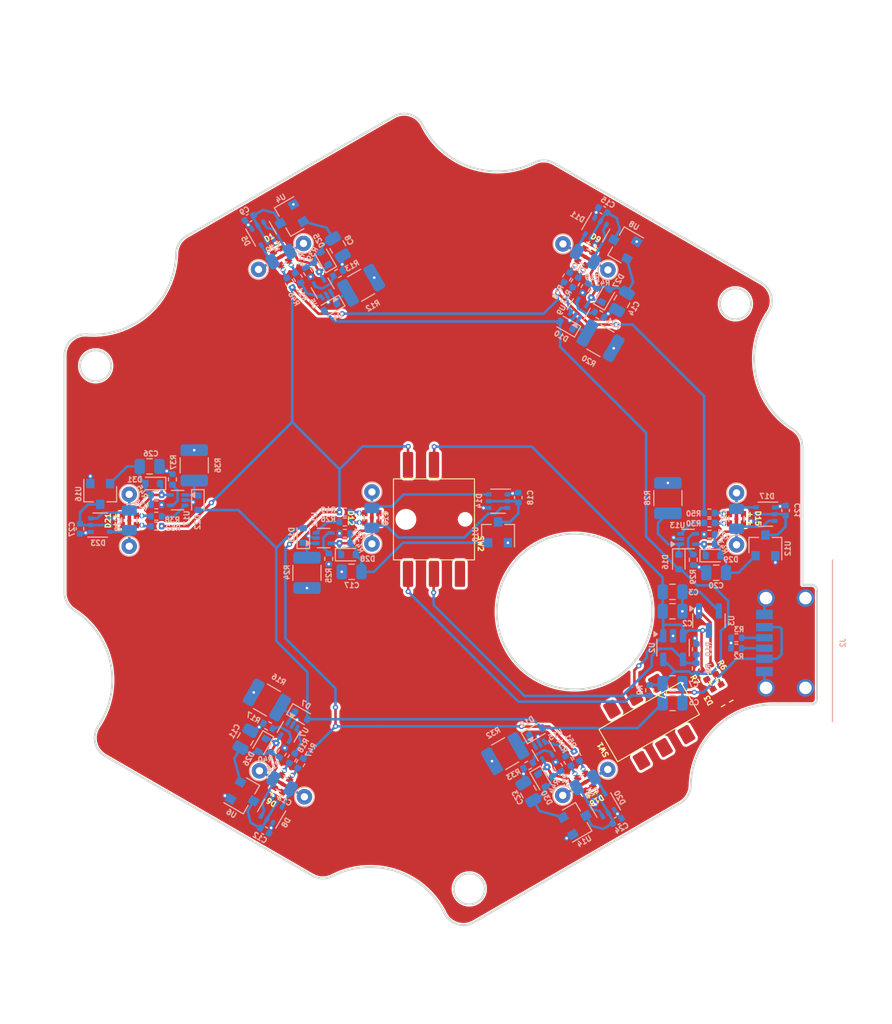
<source format=kicad_pcb>
(kicad_pcb (version 20241229) (generator "pcbnew") (generator_version "9.0")
  (layers (0 "F.Cu" signal) (2 "B.Cu" signal) (13 "F.Paste" user) (15 "B.Paste" user) (5 "F.SilkS" user "F.Silkscreen") (7 "B.SilkS" user "B.Silkscreen") (1 "F.Mask" user) (3 "B.Mask" user) (25 "Edge.Cuts" user))
  (net 0 "")
  (net 1 "VBOOST")
  (net 2 "GND")
  (net 3 "/VREG")
  (net 4 "/Plug/BATT")
  (net 5 "Net-(D25-A)")
  (net 6 "/Plug/STAT")
  (net 7 "/Plug1/BATT")
  (net 8 "Net-(D5A-K2)")
  (net 9 "/Plug1/STAT")
  (net 10 "/Plug2/BATT")
  (net 11 "/Plug/COILB")
  (net 12 "/Plug2/STAT")
  (net 13 "/Plug3/BATT")
  (net 14 "/Plug/COILA")
  (net 15 "/Plug3/STAT")
  (net 16 "/Plug5/BATT")
  (net 17 "Net-(D26-A)")
  (net 18 "/Plug5/STAT")
  (net 19 "/Plug7/BATT")
  (net 20 "Net-(D8A-K2)")
  (net 21 "/Plug7/STAT")
  (net 22 "/Plug4/BATT")
  (net 23 "/Plug1/COILA")
  (net 24 "/Plug4/STAT")
  (net 25 "/Plug1/COILB")
  (net 26 "Net-(D27-A)")
  (net 27 "Net-(D11A-K2)")
  (net 28 "/Plug2/COILB")
  (net 29 "/Plug2/COILA")
  (net 30 "Net-(D28-A)")
  (net 31 "Net-(D14A-K2)")
  (net 32 "/Plug3/COILB")
  (net 33 "/Plug3/COILA")
  (net 34 "/Plug/CHG_5V")
  (net 35 "Net-(D29-A)")
  (net 36 "Net-(D17A-K2)")
  (net 37 "/Plug5/COILA")
  (net 38 "/Plug5/COILB")
  (net 39 "Net-(D30-A)")
  (net 40 "Net-(D20A-K2)")
  (net 41 "/Plug7/COILA")
  (net 42 "/Plug7/COILB")
  (net 43 "Net-(D31-A)")
  (net 44 "Net-(D23A-K2)")
  (net 45 "/Plug1/CHG_5V")
  (net 46 "/Plug4/COILB")
  (net 47 "/Plug4/COILA")
  (net 48 "Net-(D1-K2)")
  (net 49 "Net-(D1-K1)")
  (net 50 "/Plug2/CHG_5V")
  (net 51 "/Plug3/CHG_5V")
  (net 52 "Net-(D3-A2)")
  (net 53 "Net-(D3-A1)")
  (net 54 "/Plug5/CHG_5V")
  (net 55 "/Plug7/CHG_5V")
  (net 56 "Net-(D6-K2)")
  (net 57 "Net-(D6-K1)")
  (net 58 "/Plug4/CHG_5V")
  (net 59 "Net-(D9-K1)")
  (net 60 "Net-(D9-K2)")
  (net 61 "Net-(D12-K2)")
  (net 62 "Net-(D12-K1)")
  (net 63 "Net-(D15-K2)")
  (net 64 "Net-(D15-K1)")
  (net 65 "Net-(D18-K1)")
  (net 66 "Net-(D18-K2)")
  (net 67 "Net-(D21-K2)")
  (net 68 "Net-(D21-K1)")
  (net 69 "Net-(J2-CC2)")
  (net 70 "Net-(J2-CC1)")
  (net 71 "Net-(U3-VOUT)")
  (net 72 "Net-(U2-FB)")
  (net 73 "Net-(R9-Pad2)")
  (net 74 "Net-(U5-PROG)")
  (net 75 "Net-(U7-PROG)")
  (net 76 "Net-(U9-PROG)")
  (net 77 "Net-(U11-PROG)")
  (net 78 "Net-(U13-PROG)")
  (net 79 "Net-(U15-PROG)")
  (net 80 "Net-(U17-PROG)")
  (net 81 "/Plug/~{BATT_FULL}")
  (net 83 "+5V")
  (footprint "Pixels-dice:PS-8055SVA-6PNA" (layer "F.Cu") (at 144.88 102.7 180)
    (property "Reference" "SW2")
    (property "Value" "SW_Push")
  )
  (footprint "Pixels-dice:XL-1615SURUGC" (layer "F.Cu") (at 138.9 102.55 -90)
    (property "Reference" "D12")
    (property "Value" "LED_Dual_AAKK" (hide yes))
  )
  (footprint "Pixels-dice:XL-1615SURUGC" (layer "F.Cu") (at 172.477211 119.409567 30)
    (property "Reference" "D3")
    (property "Value" "LED_Dual_AAKK" (hide yes))
  )
  (footprint "Resistor_SMD:R_0402_1005Metric" (layer "F.Cu") (at 171.760224 117.167709 120)
    (property "Reference" "R6")
    (property "Value" "200R 5%")
  )
  (footprint "Pixels-dice:XL-1615SURUGC" (layer "F.Cu") (at 174 102.639999 -90)
    (property "Reference" "D15")
    (property "Value" "LED_Dual_AAKK" (hide yes))
  )
  (footprint "Resistor_SMD:R_0402_1005Metric" (layer "F.Cu") (at 170.894199 117.667709 120)
    (property "Reference" "R7")
    (property "Value" "200R 5%")
  )
  (footprint "Pixels-dice:XL-1615SURUGC" (layer "F.Cu") (at 115.55 102.8 90)
    (property "Reference" "D21")
    (property "Value" "LED_Dual_AAKK" (hide yes))
  )
  (footprint "Pixels-dice:MST22D18G2_125" (layer "F.Cu") (at 165.6 122.2 -150)
    (property "Reference" "SW1")
    (property "Value" "SW_SPDT")
  )
  (footprint "Pixels-dice:XL-1615SURUGC" (layer "F.Cu") (at 159.447789 128.009567 -150)
    (property "Reference" "D18")
    (property "Value" "LED_Dual_AAKK" (hide yes))
  )
  (footprint "Pixels-dice:XL-1615SURUGC" (layer "F.Cu") (at 130.25866 128.155 150)
    (property "Reference" "D6")
    (property "Value" "LED_Dual_AAKK" (hide yes))
  )
  (footprint "Pixels-dice:XL-1615SURUGC" (layer "F.Cu") (at 130.15 77.4 30)
    (property "Reference" "D1")
    (property "Value" "LED_Dual_AAKK" (hide yes))
  )
  (footprint "Pixels-dice:XL-1615SURUGC" (layer "F.Cu") (at 159.451776 77.435 -30)
    (property "Reference" "D9")
    (property "Value" "LED_Dual_AAKK" (hide yes))
  )
  (footprint "Resistor_SMD:R_0402_1005Metric" (layer "B.Cu") (at 118.15 100.349999 180)
    (property "Reference" "R45")
    (property "Value" "0R")
  )
  (footprint "Resistor_SMD:R_1210_3225Metric" (layer "B.Cu") (at 160.91671 85.497658 -30)
    (property "Reference" "R20")
    (property "Value" "75R 1%")
  )
  (footprint "Capacitor_SMD:C_0805_2012Metric" (layer "B.Cu") (at 167.845 118.4925)
    (property "Reference" "C7")
    (property "Value" "22uF 10V 20%")
  )
  (footprint "TestPoint:TestPoint_THTPad_D1.5mm_Drill0.7mm" (layer "B.Cu") (at 138.91 100.06)
    (property "Reference" "P8" (hide yes))
    (property "Value" "COILB")
  )
  (footprint "Diode_SMD:D_SOD-523" (layer "B.Cu") (at 128.30927 124.431443 -120)
    (property "Reference" "D26")
    (property "Value" "D_Schottky")
  )
  (footprint "Package_TO_SOT_SMD:SOT-553" (layer "B.Cu") (at 130.894911 123.152982 -120)
    (property "Reference" "U7")
    (property "Value" "XT4051")
  )
  (footprint "Diode_SMD:D_SOD-523" (layer "B.Cu") (at 122.15 101.1 -90)
    (property "Reference" "D22")
    (property "Value" "D_Schottky")
  )
  (footprint "Resistor_SMD:R_0402_1005Metric" (layer "B.Cu") (at 118.15 101.3)
    (property "Reference" "R35")
    (property "Value" "10k 1%")
  )
  (footprint "TestPoint:TestPoint_THTPad_D1.5mm_Drill0.7mm" (layer "B.Cu") (at 127.988597 78.63634 120)
    (property "Reference" "P2" (hide yes))
    (property "Value" "COILB")
  )
  (footprint "Capacitor_SMD:C_0402_1005Metric" (layer "B.Cu") (at 127.082181 73.686379 -150)
    (property "Reference" "C9")
    (property "Value" "4.7uF 25V 20%")
  )
  (footprint "Capacitor_SMD:C_0402_1005Metric" (layer "B.Cu") (at 110.8 103.6 -90)
    (property "Reference" "C27")
    (property "Value" "4.7uF 25V 20%")
  )
  (footprint "Diode_SMD:D_SOD-523" (layer "B.Cu") (at 136.65 106.1)
    (property "Reference" "D28")
    (property "Value" "D_Schottky")
  )
  (footprint "Resistor_SMD:R_0402_1005Metric" (layer "B.Cu") (at 160.273538 80.911666 60)
    (property "Reference" "R41")
    (property "Value" "0R")
  )
  (footprint "Resistor_SMD:R_0402_1005Metric" (layer "B.Cu") (at 159.450813 80.436666 -120)
    (property "Reference" "R19")
    (property "Value" "10k 1%")
  )
  (footprint "TestPoint:TestPoint_THTPad_D1.5mm_Drill0.7mm" (layer "B.Cu") (at 138.91 105.06)
    (property "Reference" "P7" (hide yes))
    (property "Value" "COILA")
  )
  (footprint "Capacitor_SMD:C_0402_1005Metric" (layer "B.Cu") (at 153 100.6 90)
    (property "Reference" "C18")
    (property "Value" "4.7uF 25V 20%")
  )
  (footprint "Resistor_SMD:R_0402_1005Metric" (layer "B.Cu") (at 171.4 104.139997 180)
    (property "Reference" "R27")
    (property "Value" "10k 1%")
  )
  (footprint "Capacitor_SMD:C_0805_2012Metric" (layer "B.Cu") (at 126.730328 123.86625 60)
    (property "Reference" "C11")
    (property "Value" "22uF 10V 20%")
  )
  (footprint "Resistor_SMD:R_0402_1005Metric" (layer "B.Cu") (at 136.3 104.05 180)
    (property "Reference" "R23")
    (property "Value" "10k 1%")
  )
  (footprint "Package_TO_SOT_SMD:SOT-553" (layer "B.Cu") (at 155.43404 124.957549 -60)
    (property "Reference" "U15")
    (property "Value" "XT4051")
  )
  (footprint "Capacitor_SMD:C_0805_2012Metric" (layer "B.Cu") (at 162.980108 81.72375 -120)
    (property "Reference" "C14")
    (property "Value" "22uF 10V 20%")
  )
  (footprint "Resistor_SMD:R_0402_1005Metric" (layer "B.Cu") (at 136.3 105.000001)
    (property "Reference" "R42")
    (property "Value" "0R")
  )
  (footprint "Diode_SMD:D_SOD-523" (layer "B.Cu") (at 168.45 106.8 -90)
    (property "Reference" "D16")
    (property "Value" "D_Schottky")
  )
  (footprint "TestPoint:TestPoint_THTPad_D1.5mm_Drill0.7mm" (layer "B.Cu") (at 161.630499 78.681341 60)
    (property "Reference" "P5" (hide yes))
    (property "Value" "COILA")
  )
  (footprint "Capacitor_SMD:C_0402_1005Metric" (layer "B.Cu") (at 178.735 101.85 90)
    (property "Reference" "C21")
    (property "Value" "4.7uF 25V 20%")
  )
  (footprint "Resistor_SMD:R_0402_1005Metric" (layer "B.Cu") (at 158.624103 125.482901 -60)
    (property "Reference" "R51")
    (property "Value" "200R 5%")
  )
  (footprint "Resistor_SMD:R_0402_1005Metric" (layer "B.Cu") (at 128.91286 122.585995 150)
    (property "Reference" "R17")
    (property "Value" "3.57k 1%")
  )
  (footprint "Resistor_SMD:R_0402_1005Metric" (layer "B.Cu") (at 136.3 102)
    (property "Reference" "R49")
    (property "Value" "200R 5%")
  )
  (footprint "Resistor_SMD:R_0402_1005Metric" (layer "B.Cu") (at 131.21225 125.703334 -120)
    (property "Reference" "R18")
    (property "Value" "200R 5%")
  )
  (footprint "Diode_SMD:D_SOD-523" (layer "B.Cu") (at 154.675546 123.143799 30)
    (property "Reference" "D19")
    (property "Value" "D_Schottky")
  )
  (footprint "Resistor_SMD:R_1210_3225Metric" (layer "B.Cu") (at 151.732855 125.246908 -150)
    (property "Reference" "R32")
    (property "Value" "75R 1%")
  )
  (footprint "Pixels-dice:SOT-23" (layer "B.Cu") (at 126.650295 129.304871 150)
    (property "Reference" "U6")
    (property "Value" "PJ75BL50SA")
  )
  (footprint "Capacitor_SMD:C_0402_1005Metric" (layer "B.Cu") (at 128.576481 132.668621 -30)
    (property "Reference" "C12")
    (property "Value" "4.7uF 25V 20%")
  )
  (footprint "TestPoint:TestPoint_THTPad_D1.5mm_Drill0.7mm" (layer "B.Cu") (at 157.300373 76.18134 60)
    (property "Reference" "P6" (hide yes))
    (property "Value" "COILB")
  )
  (footprint "Resistor_SMD:R_0402_1005Metric" (layer "B.Cu") (at 157.675462 79.411666 60)
    (property "Reference" "R48")
    (property "Value" "200R 5%")
  )
  (footprint "Pixels-dice:SOT-23" (layer "B.Cu") (at 151.05 103.95 -90)
    (property "Reference" "U10")
    (property "Value" "PJ75BL50SA")
  )
  (footprint "Package_TO_SOT_SMD:SOT-23" (layer "B.Cu") (at 171.35 112.45 -90)
    (property "Reference" "U3")
    (property "Value" "SSP61CN4802MR")
  )
  (footprint "Resistor_SMD:R_0402_1005Metric" (layer "B.Cu") (at 171.4 105.09)
    (property "Reference" "R43")
    (property "Value" "0R")
  )
  (footprint "Package_TO_SOT_SMD:SOT-23-5" (layer "B.Cu") (at 167.9 115.05 -90)
    (property "Reference" "U2")
    (property "Value" "TLV75801PDBV")
  )
  (footprint "Resistor_SMD:R_0402_1005Metric" (layer "B.Cu") (at 156.848752 126.507901 120)
    (property "Reference" "R31")
    (property "Value" "10k 1%")
  )
  (footprint "Package_TO_SOT_SMD:SOT-553" (layer "B.Cu") (at 169.35 104.589998)
    (property "Reference" "U13")
    (property "Value" "XT4051")
  )
  (footprint "TestPoint:TestPoint_THTPad_D1.5mm_Drill0.7mm" (layer "B.Cu") (at 132.410064 129.408661 -120)
    (property "Reference" "P4" (hide yes))
    (property "Value" "COILB")
  )
  (footprint "Diode_SMD:D_SOD-523" (layer "B.Cu") (at 157.624018 84.000767 150)
    (property "Reference" "D10")
    (property "Value" "D_Schottky")
  )
  (footprint "TestPoint:TestPoint_THTPad_D1.5mm_Drill0.7mm" (layer "B.Cu") (at 157.279065 129.273227 -60)
    (property "Reference" "P11" (hide yes))
    (property "Value" "COILA")
  )
  (footprint "Resistor_SMD:R_0402_1005Metric" (layer "B.Cu") (at 171.4 103.039998)
    (property "Reference" "R30")
    (property "Value" "200R 5%")
  )
  (footprint "Resistor_SMD:R_1210_3225Metric" (layer "B.Cu") (at 121.8 97.5 90)
    (property "Reference" "R36")
    (property "Value" "75R 1%")
  )
  (footprint "Pixels-dice:SOT-23" (layer "B.Cu") (at 112.75 100.25 90)
    (property "Reference" "U16")
    (property "Value" "PJ75BL50SA")
  )
  (footprint "Capacitor_SMD:C_0805_2012Metric" (layer "B.Cu") (at 153.969457 128.920818 120)
    (property "Reference" "C23")
    (property "Value" "22uF 10V 20%")
  )
  (footprint "Capacitor_SMD:C_0805_2012Metric" (layer "B.Cu") (at 130.15866 77.395 -150)
    (property "Reference" "C10")
    (property "Value" "12nF 50V 5% NP0")
  )
  (footprint "Diode_SMD:D_SOD-523" (layer "B.Cu") (at 161.401165 81.158557 60)
    (property "Reference" "D27")
    (property "Value" "D_Schottky")
  )
  (footprint "Capacitor_SMD:C_0805_2012Metric" (layer "B.Cu") (at 167.845 109.68)
    (property "Reference" "C3")
    (property "Value" "22uF 10V 20%")
  )
  (footprint "TestPoint:TestPoint_THTPad_D1.5mm_Drill0.7mm" (layer "B.Cu") (at 174.01 100.149999)
    (property "Reference" "P10" (hide yes))
    (property "Value" "COILB")
  )
  (footprint "Resistor_SMD:R_0402_1005Metric" (layer "B.Cu") (at 118.15 102.4 180)
    (property "Reference" "R38")
    (property "Value" "200R 5%")
  )
  (footprint "Pixels-dice:SOT-23" (layer "B.Cu") (at 176.784999 105.199999 -90)
    (property "Reference" "U12")
    (property "Value" "PJ75BL50SA")
  )
  (footprint "Resistor_SMD:R_0402_1005Metric" (layer "B.Cu") (at 170.15 115.2 90)
    (property "Reference" "R10")
    (property "Value" "47k 1%")
  )
  (footprint "Resistor_SMD:R_0402_1005Metric" (layer "B.Cu") (at 119.7 98.85 90)
    (property "Reference" "R37")
    (property "Value" "3.57k 1%")
  )
  (footprint "Resistor_SMD:R_1210_3225Metric" (layer "B.Cu") (at 137.864934 80.162659 30)
    (property "Reference" "R12")
    (property "Value" "75R 1%")
  )
  (footprint "Capacitor_SMD:C_0402_1005Metric" (layer "B.Cu") (at 162.515608 131.723188 30)
    (property "Reference" "C24")
    (property "Value" "4.7uF 25V 20%")
  )
  (footprint "Capacitor_SMD:C_0402_1005Metric" (layer "B.Cu") (at 161.133957 72.92138 150)
    (property "Reference" "C15")
    (property "Value" "4.7uF 25V 20%")
  )
  (footprint "Resistor_SMD:R_0402_1005Metric" (layer "B.Cu") (at 136.3 102.95)
    (property "Reference" "R26")
    (property "Value" "200R 5%")
  )
  (footprint "Package_TO_SOT_SMD:SOT-553" (layer "B.Cu") (at 158.815525 82.437018 60)
    (property "Reference" "U9")
    (property "Value" "XT4051")
  )
  (footprint "Pixels-dice:SOT-363_SC-70-6" (layer "B.Cu") (at 128.360289 75.200128 -60)
    (property "Reference" "D5")
    (property "Value" "BAV99S" (hide yes))
  )
  (footprint "Resistor_SMD:R_1210_3225Metric" (layer "B.Cu") (at 132.65 107.85 -90)
    (property "Reference" "R24")
    (property "Value" "75R 1%")
  )
  (footprint "Resistor_SMD:R_0402_1005Metric" (layer "B.Cu") (at 158.498185 79.886666 60)
    (property "Reference" "R22")
    (property "Value" "200R 5%")
  )
  (footprint "Resistor_SMD:R_0402_1005Metric" (layer "B.Cu") (at 130.973686 79.926666 120)
    (property "Reference" "R46")
    (property "Value" "200R 5%")
  )
  (footprint "Resistor_SMD:R_0402_1005Metric" (layer "B.Cu") (at 134.750001 106.5 -90)
    (property "Reference" "R25")
    (property "Value" "3.57k 1%")
  )
  (footprint "Capacitor_SMD:C_0805_2012Metric" (layer "B.Cu") (at 167.845 111.55)
    (property "Reference" "C2")
    (property "Value" "22uF 10V 20%")
  )
  (footprint "Resistor_SMD:R_0402_1005Metric" (layer "B.Cu") (at 173.99 114.1)
    (property "Reference" "R3")
    (property "Value" "5.1k 1%")
  )
  (footprint "Pixels-dice:USB-C-SMD_10P-P1.00-L6.8-W8.9" (layer "B.Cu") (at 178.745 114.6)
    (property "Reference" "J2")
    (property "Value" "USB_C_Receptacle_USB2.0")
  )
  (footprint "Resistor_SMD:R_0402_1005Metric" (layer "B.Cu") (at 169.85 106.589998 -90)
    (property "Reference" "R29")
    (property "Value" "3.57k 1%")
  )
  (footprint "Capacitor_SMD:C_0805_2012Metric" (layer "B.Cu") (at 130.25 128.15 -30)
    (property "Reference" "C13")
    (property "Value" "12nF 50V 5% NP0")
  )
  (footprint "Package_TO_SOT_SMD:SOT-553" (layer "B.Cu") (at 134.25 104.5)
    (property "Reference" "U11")
    (property "Value" "XT4051")
  )
  (footprint "TestPoint:TestPoint_THTPad_D1.5mm_Drill0.7mm" (layer "B.Cu") (at 132.318724 76.136341 120)
    (property "Reference" "P1" (hide yes))
    (property "Value" "COILA")
  )
  (footprint "Pixels-dice:SOT-363_SC-70-6" (layer "B.Cu") (at 112.75 103.25)
    (property "Reference" "D23")
    (property "Value" "BAV99S" (hide yes))
  )
  (footprint "Resistor_SMD:R_0402_1005Metric" (layer "B.Cu") (at 132.749037 78.901667 -60)
    (property "Reference" "R11")
    (property "Value" "10k 1%")
  )
  (footprint "Resistor_SMD:R_0402_1005Metric" (layer "B.Cu") (at 173.99 115.1)
    (property "Reference" "R2")
    (property "Value" "5.1k 1%")
  )
  (footprint "Diode_SMD:D_SOD-523" (layer "B.Cu") (at 171.750001 106.189999)
    (property "Reference" "D29")
    (property "Value" "D_Schottky")
  )
  (footprint "Diode_SMD:D_SOD-523" (layer "B.Cu") (at 132.3 104.25 90)
    (property "Reference" "D13")
    (property "Value" "D_Schottky")
  )
  (footprint "Pixels-dice:SOT-363_SC-70-6" (layer "B.Cu") (at 176.785 102.2 180)
    (property "Reference" "D17")
    (property "Value" "BAV99S" (hide yes))
  )
  (footprint "Package_TO_SOT_SMD:SOT-553" (layer "B.Cu") (at 120.2 100.85 180)
    (property "Reference" "U17")
    (property "Value" "XT4051")
  )
  (footprint "Pixels-dice:SOT-363_SC-70-6" (layer "B.Cu") (at 160.462065 74.785129 -120)
    (property "Reference" "D11")
    (property "Value" "BAV99S" (hide yes))
  )
  (footprint "Resistor_SMD:R_0402_1005Metric" (layer "B.Cu") (at 157.801379 125.957901 -60)
    (property "Reference" "R34")
    (property "Value" "200R 5%")
  )
  (footprint "Diode_SMD:D_SOD-523" (layer "B.Cu") (at 134.349389 77.573558 120)
    (property "Reference" "D25")
    (property "Value" "D_Schottky")
  )
  (footprint "Pixels-dice:SOT-23" (layer "B.Cu") (at 158.639423 131.709437 -150)
    (property "Reference" "U14")
    (property "Value" "PJ75BL50SA")
  )
  (footprint "Resistor_SMD:R_0402_1005Metric" (layer "B.Cu") (at 153.951989 126.390561 -150)
    (property "Reference" "R33")
    (property "Value" "3.57k 1%")
  )
  (footprint "TestPoint:TestPoint_THTPad_D1.5mm_Drill0.7mm" (layer "B.Cu") (at 174.009999 105.149999)
    (property "Reference" "P9" (hide yes))
    (property "Value" "COILA")
  )
  (footprint "Pixels-dice:SOT-363_SC-70-6" (layer "B.Cu") (at 151.05 100.95 180)
    (property "Reference" "D14")
    (property "Value" "BAV99S" (hide yes))
  )
  (footprint "Resistor_SMD:R_0402_1005Metric" (layer "B.Cu") (at 165.65 119.15 -90)
    (property "Reference" "R9")
    (property "Value" "1.5M 1%")
  )
  (footprint "Resistor_SMD:R_0402_1005Metric" (layer "B.Cu") (at 135.645799 79.019006 30)
    (property "Reference" "R13")
    (property "Value" "3.57k 1%")
  )
  (footprint "Capacitor_SMD:C_0805_2012Metric" (layer "B.Cu") (at 117.5 97.6)
    (property "Reference" "C26")
    (property "Value" "22uF 10V 20%")
  )
  (footprint "Capacitor_SMD:C_0805_2012Metric" (layer "B.Cu") (at 138.9 102.56 90)
    (property "Reference" "C19")
    (property "Value" "12nF 50V 5% NP0")
  )
  (footprint "Capacitor_SMD:C_0805_2012Metric" (layer "B.Cu") (at 159.439128 128.014567 30)
    (property "Reference" "C25")
    (property "Value" "12nF 50V 5% NP0")
  )
  (footprint "Resistor_SMD:R_0402_1005Metric" (layer "B.Cu") (at 133.571762 78.426666 120)
    (property "Reference" "R39")
    (property "Value" "0R")
  )
  (footprint "Resistor_SMD:R_0402_1005Metric" (layer "B.Cu") (at 160.797576 83.004005 -30)
    (property "Reference" "R21")
    (property "Value" "3.57k 1%")
  )
  (footprint "Resistor_SMD:R_0402_1005Metric" (layer "B.Cu") (at 129.436897 124.678333 -120)
    (property "Reference" "R40")
    (property "Value" "0R")
  )
  (footprint "Resistor_SMD:R_0402_1005Metric" (layer "B.Cu") (at 131.796409 79.451667 120)
    (property "Reference" "R14")
    (property "Value" "200R 5%")
  )
  (footprint "Pixels-dice:SOT-23" (layer "B.Cu") (at 163.06014 76.28513 -30)
    (property "Reference" "U8")
    (property "Value" "PJ75BL50SA")
  )
  (footprint "Capacitor_SMD:C_0805_2012Metric" (layer "B.Cu") (at 172.05 107.839999 180)
    (property "Reference" "C20")
    (property "Value" "22uF 10V 20%")
  )
  (footprint "Resistor_SMD:R_1210_3225Metric" (layer "B.Cu") (at 167.4 100.65 90)
    (property "Reference" "R28")
    (property "Value" "75R 1%")
  )
  (footprint "Pixels-dice:SOT-363_SC-70-6" (layer "B.Cu") (at 129.248372 130.804871 60)
    (property "Reference" "D8")
    (property "Value" "BAV99S" (hide yes))
  )
  (footprint "Diode_SMD:D_SOD-523" (layer "B.Cu") (at 134.922242 82.265768 -150)
    (property "Reference" "D4")
    (property "Value" "D_Schottky")
  )
  (footprint "Capacitor_SMD:C_0805_2012Metric" (layer "B.Cu") (at 135.628332 76.48875 -60)
    (property "Reference" "C8")
    (property "Value" "22uF 10V 20%")
  )
  (footprint "TestPoint:TestPoint_THTPad_D1.5mm_Drill0.7mm" (layer "B.Cu") (at 115.54 105.29 180)
    (property "Reference" "P14" (hide yes))
    (property "Value" "COILB")
  )
  (footprint "Resistor_SMD:R_0402_1005Metric" (layer "B.Cu") (at 118.15 103.35 180)
    (property "Reference" "R52")
    (property "Value" "200R 5%")
  )
  (footprint "TestPoint:TestPoint_THTPad_D1.5mm_Drill0.7mm" (layer "B.Cu") (at 115.54 100.29 180)
    (property "Reference" "P13" (hide yes))
    (property "Value" "COILA")
  )
  (footprint "Resistor_SMD:R_0402_1005Metric" (layer "B.Cu") (at 171.4 102.089999)
    (property "Reference" "R50")
    (property "Value" "200R 5%")
  )
  (footprint "Resistor_SMD:R_0402_1005Metric" (layer "B.Cu") (at 170.14 117.05 90)
    (property "Reference" "R8")
    (property "Value" "357k 1%")
  )
  (footprint "Capacitor_SMD:C_0805_2012Metric" (layer "B.Cu") (at 159.460436 77.44 150)
    (property "Reference" "C16")
    (property "Value" "12nF 50V 5% NP0")
  )
  (footprint "Resistor_SMD:R_1210_3225Metric" (layer "B.Cu") (at 128.793726 120.092341 150)
    (property "Reference" "R16")
    (property "Value" "75R 1%")
  )
  (footprint "TestPoint:TestPoint_THTPad_D1.5mm_Drill0.7mm" (layer "B.Cu") (at 128.079936 126.90866 -120)
    (property "Reference" "P3" (hide yes))
    (property "Value" "COILA")
  )
  (footprint "Resistor_SMD:R_0402_1005Metric" (layer "B.Cu") (at 156.026026 126.982901 -60)
    (property "Reference" "R44")
    (property "Value" "0R")
  )
  (footprint "Diode_SMD:D_SOD-523" (layer "B.Cu") (at 117.8 99.25 180)
    (property "Reference" "D31")
    (property "Value" "D_Schottky")
  )
  (footprint "Pixels-dice:SOT-363_SC-70-6" (layer "B.Cu") (at 161.237499 130.209439 120)
    (property "Reference" "D20")
    (property "Value" "BAV99S" (hide yes))
  )
  (footprint "Diode_SMD:D_SOD-523" (layer "B.Cu") (at 132.086417 121.589232 -30)
    (property "Reference" "D7")
    (property "Value" "D_Schottky")
  )
  (footprint "Diode_SMD:D_SOD-523" (layer "B.Cu") (at 155.248399 127.836009 -60)
    (property "Reference" "D30")
    (property "Value" "D_Schottky")
  )
  (footprint "Pixels-dice:SOT-23" (layer "B.Cu") (at 130.958365 73.70013 30)
    (property "Reference" "U4")
    (property "Value" "PJ75BL50SA")
  )
  (footprint "TestPoint:TestPoint_THTPad_D1.5mm_Drill0.7mm" (layer "B.Cu") (at 161.609192 126.773227 -60)
    (property "Reference" "P12" (hide yes))
    (property "Value" "COILB")
  )
  (footprint "Capacitor_SMD:C_0805_2012Metric" (layer "B.Cu") (at 115.55 102.79 -90)
    (property "Reference" "C28")
    (property "Value" "12nF 50V 5% NP0")
  )
  (footprint "Capacitor_SMD:C_0805_2012Metric" (layer "B.Cu") (at 167.845 120.3825)
    (property "Reference" "C6")
    (property "Value" "22uF 10V 20%")
  )
  (footprint "Resistor_SMD:R_0402_1005Metric" (layer "B.Cu") (at 132.034974 126.178334 -120)
    (property "Reference" "R47")
    (property "Value" "200R 5%")
  )
  (footprint "Resistor_SMD:R_0402_1005Metric" (layer "B.Cu") (at 130.259622 125.153334 60)
    (property "Reference" "R15")
    (property "Value" "10k 1%")
  )
  (footprint "Package_TO_SOT_SMD:SOT-553" (layer "B.Cu") (at 134.163749 80.452019 120)
    (property "Reference" "U5")
    (property "Value" "XT4051")
  )
  (footprint "Capacitor_SMD:C_0805_2012Metric" (layer "B.Cu") (at 174 102.65 90)
    (property "Reference" "C22")
    (property "Value" "12nF 50V 5% NP0")
  )
  (footprint "Capacitor_SMD:C_0805_2012Metric" (layer "B.Cu") (at 136.95 107.75 180)
    (property "Reference" "C17")
    (property "Value" "22uF 10V 20%")
  )
  (gr_arc (start 176.407652 79.930968) (mid 177.356348 81.212918) (end 177.065969 82.781064) (stroke (width 0.2)) (layer "Edge.Cuts"))
  (gr_line (start 121.05922 75.42416) (end 141.005238 63.908311) (stroke (width 0.2)) (layer "Edge.Cuts"))
  (gr_arc (start 181.25 109) (mid 181.603553 109.146447) (end 181.75 109.5) (stroke (width 0.2)) (layer "Edge.Cuts"))
  (gr_circle (center 112.310002 87.920788) (end 113.810002 87.920788) (stroke (width 0.2)) (fill no) (layer "Edge.Cuts"))
  (gr_arc (start 151.756862 69.161328) (mid 146.969083 68.130767) (end 143.797312 64.752401) (stroke (width 0.2)) (layer "Edge.Cuts"))
  (gr_circle (center 148.278214 138.276041) (end 149.778214 138.276041) (stroke (width 0.2)) (fill no) (layer "Edge.Cuts"))
  (gr_arc (start 179.4205 94.012863) (mid 180.10288 94.738237) (end 180.350824 95.709102) (stroke (width 0.2)) (layer "Edge.Cuts"))
  (gr_arc (start 154.551796 68.351725) (mid 153.191459 68.884668) (end 151.756852 69.161329) (stroke (width 0.2)) (layer "Edge.Cuts"))
  (gr_circle (center 158.420355 111.575165) (end 165.920355 111.575165) (stroke (width 0.2)) (fill no) (layer "Edge.Cuts"))
  (gr_line (start 156.448344 68.407466) (end 176.407652 79.930968) (stroke (width 0.2)) (layer "Edge.Cuts"))
  (gr_arc (start 141.005238 63.908312) (mid 142.584002 63.725934) (end 143.797312 64.752401) (stroke (width 0.2)) (layer "Edge.Cuts"))
  (gr_arc (start 110.230044 111.437283) (mid 113.743335 116.545377) (end 112.552345 122.629568) (stroke (width 0.2)) (layer "Edge.Cuts"))
  (gr_arc (start 120.059762 77.109686) (mid 117.433351 82.852144) (end 111.460387 84.900938) (stroke (width 0.2)) (layer "Edge.Cuts"))
  (gr_arc (start 179.4205 94.012863) (mid 175.869393 88.894594) (end 177.065969 82.781064) (stroke (width 0.2)) (layer "Edge.Cuts"))
  (gr_arc (start 109.310002 86.895276) (mid 109.949996 85.428857) (end 111.460387 84.900938) (stroke (width 0.2)) (layer "Edge.Cuts"))
  (gr_line (start 168.601573 130.006436) (end 148.71084 141.490366) (stroke (width 0.2)) (layer "Edge.Cuts"))
  (gr_arc (start 135.090689 137.051781) (mid 134.128705 137.271058) (end 133.178951 137.003741) (stroke (width 0.2)) (layer "Edge.Cuts"))
  (gr_arc (start 110.230044 111.437283) (mid 109.555027 110.713116) (end 109.310011 109.753936) (stroke (width 0.2)) (layer "Edge.Cuts"))
  (gr_line (start 181.75 109.5) (end 181.75 120.009509) (stroke (width 0.2)) (layer "Edge.Cuts"))
  (gr_line (start 181.25 120.509509) (end 177.388165 120.509509) (stroke (width 0.2)) (layer "Edge.Cuts"))
  (gr_line (start 133.178951 137.003741) (end 113.212888 125.476339) (stroke (width 0.2)) (layer "Edge.Cuts"))
  (gr_arc (start 148.71084 141.490366) (mid 147.129305 141.671903) (end 145.916202 140.641083) (stroke (width 0.2)) (layer "Edge.Cuts"))
  (gr_arc (start 169.600943 128.320899) (mid 171.933173 122.858654) (end 177.388165 120.509509) (stroke (width 0.2)) (layer "Edge.Cuts"))
  (gr_arc (start 135.090689 137.051781) (mid 141.255349 136.578653) (end 145.916202 140.641083) (stroke (width 0.2)) (layer "Edge.Cuts"))
  (gr_arc (start 120.059762 77.109686) (mid 120.338919 76.136131) (end 121.05922 75.42416) (stroke (width 0.2)) (layer "Edge.Cuts"))
  (gr_arc (start 181.75 120.009509) (mid 181.60355 120.363057) (end 181.25 120.509509) (stroke (width 0.2)) (layer "Edge.Cuts"))
  (gr_arc (start 154.551796 68.351725) (mid 155.5071 68.14038) (end 156.448344 68.407466) (stroke (width 0.2)) (layer "Edge.Cuts"))
  (gr_line (start 109.310011 109.753936) (end 109.310002 86.895276) (stroke (width 0.2)) (layer "Edge.Cuts"))
  (gr_line (start 180.350824 95.709102) (end 180.350824 109) (stroke (width 0.2)) (layer "Edge.Cuts"))
  (gr_arc (start 113.212888 125.476339) (mid 112.264645 124.196343) (end 112.552345 122.629568) (stroke (width 0.2)) (layer "Edge.Cuts"))
  (gr_arc (start 169.600943 128.320899) (mid 169.32182 129.29451) (end 168.601573 130.006436) (stroke (width 0.2)) (layer "Edge.Cuts"))
  (gr_line (start 180.35 109) (end 181.25 109) (stroke (width 0.2)) (layer "Edge.Cuts"))
  (gr_circle (center 173.903036 81.949029) (end 175.403036 81.949029) (stroke (width 0.2)) (fill no) (layer "Edge.Cuts"))
  (segment (start 170.639199 117.226036) (end 170.639199 113.498301) (width 0.25) (layer "F.Cu") (net 1))
  (segment (start 144.9 97.43) (end 144.88 97.45) (width 0.25) (layer "F.Cu") (net 1))
  (segment (start 170.639199 113.498301) (end 170.75 113.3875) (width 0.25) (layer "F.Cu") (net 1))
  (segment (start 164.175 119.731828) (end 164.175 117.225) (width 0.25) (layer "F.Cu") (net 1))
  (segment (start 164.175 117.225) (end 164.6 116.8) (width 0.25) (layer "F.Cu") (net 1))
  (segment (start 144.9 95.7) (end 144.9 97.43) (width 0.25) (layer "F.Cu") (net 1))
  (via (at 144.9 95.7) (size 0.5) (drill 0.25) (layers "F.Cu" "B.Cu") (net 1))
  (via (at 164.6 116.8) (size 0.5) (drill 0.25) (layers "F.Cu" "B.Cu") (net 1))
  (via (at 170.75 113.3875) (size 0.5) (drill 0.25) (layers "F.Cu" "B.Cu") (net 1))
  (segment (start 164.6 116.8) (end 165.375 116.025) (width 0.25) (layer "B.Cu") (net 1))
  (segment (start 165.375 115.475) (end 165.375 116.025) (width 0.25) (layer "B.Cu") (net 1))
  (segment (start 170.75 113.3875) (end 171.35 113.3875) (width 0.25) (layer "B.Cu") (net 1))
  (segment (start 162.35 103.75) (end 154.3 95.7) (width 0.25) (layer "B.Cu") (net 1))
  (segment (start 165.9 114.95) (end 165.375 115.475) (width 0.25) (layer "B.Cu") (net 1))
  (segment (start 168.65 112.85) (end 168.85 113.05) (width 0.25) (layer "B.Cu") (net 1))
  (segment (start 168.85 113.9125) (end 169.375 113.3875) (width 0.25) (layer "B.Cu") (net 1))
  (segment (start 166.95 112.85) (end 166.95 111.605) (width 0.25) (layer "B.Cu") (net 1))
  (segment (start 168.85 113.05) (end 168.85 113.9125) (width 0.25) (layer "B.Cu") (net 1))
  (segment (start 166.895 108.295) (end 162.35 103.75) (width 0.25) (layer "B.Cu") (net 1))
  (segment (start 169.375 113.3875) (end 170.75 113.3875) (width 0.25) (layer "B.Cu") (net 1))
  (segment (start 166.95 111.605) (end 166.895 111.55) (width 0.25) (layer "B.Cu") (net 1))
  (segment (start 166.95 113.9125) (end 166.95 112.85) (width 0.25) (layer "B.Cu") (net 1))
  (segment (start 165.9 114.95) (end 165.9125 114.95) (width 0.25) (layer "B.Cu") (net 1))
  (segment (start 165.9125 114.95) (end 166.95 113.9125) (width 0.25) (layer "B.Cu") (net 1))
  (segment (start 154.3 95.7) (end 144.9 95.7) (width 0.25) (layer "B.Cu") (net 1))
  (segment (start 166.895 109.68) (end 166.895 111.55) (width 0.25) (layer "B.Cu") (net 1))
  (segment (start 166.895 109.68) (end 166.895 108.295) (width 0.25) (layer "B.Cu") (net 1))
  (segment (start 166.95 112.85) (end 168.65 112.85) (width 0.25) (layer "B.Cu") (net 1))
  (segment (start 173.204423 119.769134) (end 172.425 120.219134) (width 0.25) (layer "F.Cu") (net 2))
  (via (at 177.75 106.85) (size 0.5) (drill 0.25) (layers "F.Cu" "B.Cu") (net 2))
  (via (at 134.750001 107.01) (size 0.5) (drill 0.25) (layers "F.Cu" "B.Cu") (net 2))
  (via (at 134.7 81.8) (size 0.5) (drill 0.25) (layers "F.Cu" "B.Cu") (net 2))
  (via (at 132.8 104.3) (size 0.5) (drill 0.25) (layers "F.Cu" "B.Cu") (net 2))
  (via (at 118.66 101.3) (size 0.5) (drill 0.25) (layers "F.Cu" "B.Cu") (net 2))
  (via (at 168.795 111.55) (size 0.5) (drill 0.25) (layers "F.Cu" "B.Cu") (net 2))
  (via (at 152.45 100.2) (size 0.5) (drill 0.25) (layers "F.Cu" "B.Cu") (net 2))
  (via (at 160.5 73.15) (size 0.5) (drill 0.25) (layers "F.Cu" "B.Cu") (net 2))
  (via (at 128.05 122.7) (size 0.5) (drill 0.25) (layers "F.Cu" "B.Cu") (net 2))
  (via (at 136 107.75) (size 0.5) (drill 0.25) (layers "F.Cu" "B.Cu") (net 2))
  (via (at 175.4 102.85) (size 0.5) (drill 0.25) (layers "F.Cu" "B.Cu") (net 2))
  (via (at 131.7 122) (size 0.5) (drill 0.25) (layers "F.Cu" "B.Cu") (net 2))
  (via (at 167.4 99.1875) (size 0.5) (drill 0.25) (layers "F.Cu" "B.Cu") (net 2))
  (via (at 160.35 76.3) (size 0.5) (drill 0.25) (layers "F.Cu" "B.Cu") (net 2))
  (via (at 167.95 104.45) (size 0.5) (drill 0.25) (layers "F.Cu" "B.Cu") (net 2))
  (via (at 135.79 104.05) (size 0.5) (drill 0.25) (layers "F.Cu" "B.Cu") (net 2))
  (via (at 170.89 104.139997) (size 0.5) (drill 0.25) (layers "F.Cu" "B.Cu") (net 2))
  (via (at 121.7 101.05) (size 0.5) (drill 0.25) (layers "F.Cu" "B.Cu") (net 2))
  (via (at 124.75 129.3) (size 0.5) (drill 0.25) (layers "F.Cu" "B.Cu") (net 2))
  (via (at 131.34939 72.377406) (size 0.5) (drill 0.25) (layers "F.Cu" "B.Cu") (net 2))
  (via (at 160.45 130.15) (size 0.5) (drill 0.25) (layers "F.Cu" "B.Cu") (net 2))
  (via (at 136.05 78.15) (size 0.5) (drill 0.25) (layers "F.Cu" "B.Cu") (net 2))
  (via (at 164.401165 75.962406) (size 0.5) (drill 0.25) (layers "F.Cu" "B.Cu") (net 2))
  (via (at 157.95 83.55) (size 0.5) (drill 0.25) (layers "F.Cu" "B.Cu") (net 2))
  (via (at 154.9 123.6) (size 0.5) (drill 0.25) (layers "F.Cu" "B.Cu") (net 2))
  (via (at 130.514622 124.711661) (size 0.5) (drill 0.25) (layers "F.Cu" "B.Cu") (net 2))
  (via (at 168.795 118.4925) (size 0.5) (drill 0.25) (layers "F.Cu" "B.Cu") (net 2))
  (via (at 162.183272 86.228908) (size 0.5) (drill 0.25) (layers "F.Cu" "B.Cu") (net 2))
  (via (at 167.9 113.9125) (size 0.5) (drill 0.25) (layers "F.Cu" "B.Cu") (net 2))
  (via (at 162.55 131.05) (size 0.5) (drill 0.25) (layers "F.Cu" "B.Cu") (net 2))
  (via (at 132.65 109.3125) (size 0.5) (drill 0.25) (layers "F.Cu" "B.Cu") (net 2))
  (via (at 133.004037 79.34334) (size 0.5) (drill 0.25) (layers "F.Cu" "B.Cu") (net 2))
  (via (at 114.1 102.6) (size 0.5) (drill 0.25) (layers "F.Cu" "B.Cu") (net 2))
  (via (at 178.2 101.45) (size 0.5) (drill 0.25) (layers "F.Cu" "B.Cu") (net 2))
  (via (at 129.6 76.1) (size 0.5) (drill 0.25) (layers "F.Cu" "B.Cu") (net 2))
  (via (at 153.5 127.2) (size 0.5) (drill 0.25) (layers "F.Cu" "B.Cu") (net 2))
  (via (at 119.15 98.05) (size 0.5) (drill 0.25) (layers "F.Cu" "B.Cu") (net 2))
  (via (at 139.131496 79.431409) (size 0.5) (drill 0.25) (layers "F.Cu" "B.Cu") (net 2))
  (via (at 161.65 82.9) (size 0.5) (drill 0.25) (layers "F.Cu" "B.Cu") (net 2))
  (via (at 170.4 107.3) (size 0.5) (drill 0.25) (layers "F.Cu" "B.Cu") (net 2))
  (via (at 173.48 114.6) (size 0.5) (drill 0.25) (layers "F.Cu" "B.Cu") (net 2))
  (via (at 111.8 98.55) (size 0.5) (drill 0.25) (layers "F.Cu" "B.Cu") (net 2))
  (via (at 150.466293 125.978158) (size 0.5) (drill 0.25) (layers "F.Cu" "B.Cu") (net 2))
  (via (at 127.527164 119.361091) (size 0.5) (drill 0.25) (layers "F.Cu" "B.Cu") (net 2))
  (via (at 129.2 132.4) (size 0.5) (drill 0.25) (layers "F.Cu" "B.Cu") (net 2))
  (via (at 111.35 104) (size 0.5) (drill 0.25) (layers "F.Cu" "B.Cu") (net 2))
  (via (at 170 114.15) (size 0.5) (drill 0.25) (layers "F.Cu" "B.Cu") (net 2))
  (via (at 156.593752 126.066228) (size 0.5) (drill 0.25) (layers "F.Cu" "B.Cu") (net 2))
  (via (at 121.8 96.0375) (size 0.5) (drill 0.25) (layers "F.Cu" "B.Cu") (net 2))
  (via (at 149.65 101.6) (size 0.5) (drill 0.25) (layers "F.Cu" "B.Cu") (net 2))
  (via (at 157.65 133.4) (size 0.5) (drill 0.25) (layers "F.Cu" "B.Cu") (net 2))
  (via (at 127 74.35) (size 0.5) (drill 0.25) (layers "F.Cu" "B.Cu") (net 2))
  (via (at 152 104.95) (size 0.5) (drill 0.25) (layers "F.Cu" "B.Cu") (net 2))
  (via (at 159.195813 80.878339) (size 0.5) (drill 0.25) (layers "F.Cu" "B.Cu") (net 2))
  (via (at 129.4 129.3) (size 0.5) (drill 0.25) (layers "F.Cu" "B.Cu") (net 2))
  (segment (start 169.85 107.099998) (end 170.199998 107.099998) (width 0.25) (layer "B.Cu") (net 2))
  (segment (start 176.695 118.77) (end 176.845 118.92) (width 0.25) (layer "B.Cu") (net 2))
  (segment (start 111.85 103.9) (end 111.35 104) (width 0.25) (layer "B.Cu") (net 2))
  (segment (start 128.992173 132.908621) (end 129.2 132.4) (width 0.25) (layer "B.Cu") (net 2))
  (segment (start 168.795 109.68) (end 170.4675 109.68) (width 0.25) (layer "B.Cu") (net 2))
  (segment (start 161.239249 83.259005) (end 161.65 82.9) (width 0.25) (layer "B.Cu") (net 2))
  (segment (start 160.45 130.15) (end 160.224582 129.755016) (width 0.25) (layer "B.Cu") (net 2))
  (segment (start 176.695 111.85) (end 176.695 110.43) (width 0.25) (layer "B.Cu") (net 2))
  (segment (start 170.15 114.3) (end 170 114.15) (width 0.25) (layer "B.Cu") (net 2))
  (segment (start 153.5 127.2) (end 153.510316 126.645561) (width 0.25) (layer "B.Cu") (net 2))
  (segment (start 131.5 122.15) (end 131.251161 122.535939) (width 0.25) (layer "B.Cu") (net 2))
  (segment (start 150.15 101.6) (end 149.65 101.6) (width 0.25) (layer "B.Cu") (net 2))
  (segment (start 162.250416 130.663862) (end 162.55 131.05) (width 0.25) (layer "B.Cu") (net 2))
  (segment (start 128.471187 122.330995) (end 128.05 122.7) (width 0.25) (layer "B.Cu") (net 2))
  (segment (start 162.9313 131.483188) (end 162.55 131.05) (width 0.25) (layer "B.Cu") (net 2))
  (segment (start 158.25 83.4) (end 157.95 83.55) (width 0.25) (layer "B.Cu") (net 2))
  (segment (start 129.361289 131.909294) (end 129.2 132.4) (width 0.25) (layer "B.Cu") (net 2))
  (segment (start 178.1 101.55) (end 178.2 101.45) (width 0.25) (layer "B.Cu") (net 2))
  (segment (start 158.459275 83.054061) (end 158.25 83.4) (width 0.25) (layer "B.Cu") (net 2))
  (segment (start 155.07779 124.340506) (end 154.85 123.95) (width 0.25) (layer "B.Cu") (net 2))
  (segment (start 170.15 114.69) (end 170.15 114.3) (width 0.25) (layer "B.Cu") (net 2))
  (segment (start 177.734999 106.199999) (end 177.734999 106.834999) (width 0.25) (layer "B.Cu") (net 2))
  (segment (start 176.695 117.35) (end 176.695 118.77) (width 0.25) (layer "B.Cu") (net 2))
  (segment (start 162.505108 82.546474) (end 161.65 82.9) (width 0.25) (layer "B.Cu") (net 2))
  (segment (start 173.48 114.1) (end 173.48 114.6) (width 0.25) (layer "B.Cu") (net 2))
  (segment (start 120.9125 100.85) (end 121.3 100.85) (width 0.25) (layer "B.Cu") (net 2))
  (segment (start 118.45 97.6) (end 119.15 98.05) (width 0.25) (layer "B.Cu") (net 2))
  (segment (start 153 100.12) (end 152.45 100.2) (width 0.25) (layer "B.Cu") (net 2))
  (segment (start 178.28 101.37) (end 178.2 101.45) (width 0.25) (layer "B.Cu") (net 2))
  (segment (start 151.95 100.3) (end 152.45 100.2) (width 0.25) (layer "B.Cu") (net 2))
  (segment (start 173.48 114.6) (end 173.48 115.1) (width 0.25) (layer "B.Cu") (net 2))
  (segment (start 131.7 122) (end 131.5 122.15) (width 0.25) (layer "B.Cu") (net 2))
  (segment (start 129.373206 75.654551) (end 129.6 76.1) (width 0.25) (layer "B.Cu") (net 2))
  (segment (start 169.0625 120.65) (end 168.795 120.3825) (width 0.25) (layer "B.Cu") (net 2))
  (segment (start 171.1 107.839999) (end 170.939999 107.839999) (width 0.25) (layer "B.Cu") (net 2))
  (segment (start 127 74.35) (end 127.347372 74.745705) (width 0.25) (layer "B.Cu") (net 2))
  (segment (start 126.666489 73.926379) (end 127 74.35) (width 0.25) (layer "B.Cu") (net 2))
  (segment (start 160.718265 72.68138) (end 160.5 73.15) (width 0.25) (layer "B.Cu") (net 2))
  (segment (start 176.695 110.43) (end 176.845 110.28) (width 0.25) (layer "B.Cu") (net 2))
  (segment (start 170.4675 109.68) (end 172.3 111.5125) (width 0.25) (layer "B.Cu") (net 2))
  (segment (start 170.15 114.69) (end 170.15 114.7) (width 0.25) (layer "B.Cu") (net 2))
  (segment (start 129.135455 129.700448) (end 129.4 129.3) (width 0.25) (layer "B.Cu") (net 2))
  (segment (start 168.795 109.68) (end 168.795 111.55) (width 0.25) (layer "B.Cu") (net 2))
  (segment (start 177.685 101.55) (end 178.1 101.55) (width 0.25) (layer "B.Cu") (net 2))
  (segment (start 111.8 98.55) (end 111.8 99.25) (width 0.25) (layer "B.Cu") (net 2))
  (segment (start 154.85 123.95) (end 154.9 123.6) (width 0.25) (layer "B.Cu") (net 2))
  (segment (start 168.795 120.3825) (end 168.795 118.4925) (width 0.25) (layer "B.Cu") (net 2))
  (segment (start 110.8 104.08) (end 111.35 104) (width 0.25) (layer "B.Cu") (net 2))
  (segment (start 132.8 104.3) (end 133.1 104.45) (width 0.25) (layer "B.Cu") (net 2))
  (segment (start 170.199998 107.099998) (end 170.4 107.3) (width 0.25) (layer "B.Cu") (net 2))
  (segment (start 160.574982 75.889552) (end 160.35 76.3) (width 0.25) (layer "B.Cu") (net 2))
  (segment (start 124.75 129.3) (end 125.30927 129.627595) (width 0.25) (layer "B.Cu") (net 2))
  (segment (start 121.3 100.85) (end 121.7 101.05) (width 0.25) (layer "B.Cu") (net 2))
  (segment (start 136.087472 78.764006) (end 136.05 78.15) (width 0.25) (layer "B.Cu") (net 2))
  (segment (start 170.939999 107.839999) (end 170.4 107.3) (width 0.25) (layer "B.Cu") (net 2))
  (segment (start 153.5 127.2) (end 153.494457 128.098094) (width 0.25) (layer "B.Cu") (net 2))
  (segment (start 119.7 98.34) (end 119.15 98.05) (width 0.25) (layer "B.Cu") (net 2))
  (segment (start 160.5 73.15) (end 160.349148 73.680706) (width 0.25) (layer "B.Cu") (net 2))
  (segment (start 114.1 102.6) (end 113.65 102.6) (width 0.25) (layer "B.Cu") (net 2))
  (segment (start 134.7 81.4) (end 134.7 81.8) (width 0.25) (layer "B.Cu") (net 2))
  (segment (start 168.089998 104.589998) (end 167.95 104.45) (width 0.25) (layer "B.Cu") (net 2))
  (segment (start 134.519999 81.069062) (end 134.7 81.4) (width 0.25) (layer "B.Cu") (net 2))
  (segment (start 168.6375 104.589998) (end 168.089998 104.589998) (width 0.25) (layer "B.Cu") (net 2))
  (segment (start 127.205328 123.043526) (end 128.05 122.7) (width 0.25) (layer "B.Cu") (net 2))
  (segment (start 178.735 101.37) (end 178.28 101.37) (width 0.25) (layer "B.Cu") (net 2))
  (segment (start 177.734999 106.834999) (end 177.75 106.85) (width 0.25) (layer "B.Cu") (net 2))
  (segment (start 157.65 133.4) (end 158.248398 133.032161) (width 0.25) (layer "B.Cu") (net 2))
  (segment (start 136.103332 77.311474) (end 136.05 78.15) (width 0.25) (layer "B.Cu") (net 2))
  (segment (start 175.885 102.85) (end 175.4 102.85) (width 0.25) (layer "B.Cu") (net 2))
  (segment (start 133.1 104.45) (end 133.5375 104.5) (width 0.25) (layer "B.Cu") (net 2))
  (segment (start 168.45 107.5) (end 165.3 104.35) (width 0.25) (layer "B.Cu") (net 3))
  (segment (start 173.2 112.75) (end 173.2 110.55) (width 0.25) (layer "B.Cu") (net 3))
  (segment (start 129.7 114.4) (end 132.692635 117.392635) (width 0.25) (layer "B.Cu") (net 3))
  (segment (start 166.895 120.3825) (end 166.895 118.4925) (width 0.25) (layer "B.Cu") (net 3))
  (segment (start 129.7 105.45) (end 129.7 114.4) (width 0.25) (layer "B.Cu") (net 3))
  (segment (start 165.3 94.35) (end 157.0178 86.0678) (width 0.25) (layer "B.Cu") (net 3))
  (segment (start 168.65 107.5) (end 168.45 107.5) (width 0.25) (layer "B.Cu") (net 3))
  (segment (start 154.427197 121.939232) (end 132.692635 121.939232) (width 0.25) (layer "B.Cu") (net 3))
  (segment (start 171.15 117.56) (end 171.54 117.56) (width 0.25) (layer "B.Cu") (net 3))
  (segment (start 155.281764 122.793799) (end 154.427197 121.939232) (width 0.25) (layer "B.Cu") (net 3))
  (segment (start 122.15 101.8) (end 126.05 101.8) (width 0.25) (layer "B.Cu") (net 3))
  (segment (start 132.3 103.55) (end 131.6 103.55) (width 0.25) (layer "B.Cu") (net 3))
  (segment (start 169.66 117.56) (end 169.45 117.35) (width 0.25) (layer "B.Cu") (net 3))
  (segment (start 164.483701 122.793799) (end 166.895 120.3825) (width 0.25) (layer "B.Cu") (net 3))
  (segment (start 166.7475 118.64) (end 165.65 118.64) (width 0.25) (layer "B.Cu") (net 3))
  (segment (start 166.95 116.1875) (end 168.0375 117.275) (width 0.25) (layer "B.Cu") (net 3))
  (segment (start 169.45 117.35) (end 168.0375 117.35) (width 0.25) (layer "B.Cu") (net 3))
  (segment (start 168.0375 117.35) (end 166.895 118.4925) (width 0.25) (layer "B.Cu") (net 3))
  (segment (start 172.5 113.45) (end 173.2 112.75) (width 0.25) (layer "B.Cu") (net 3))
  (segment (start 132.692635 117.392635) (end 132.692635 121.939232) (width 0.25) (layer "B.Cu") (net 3))
  (segment (start 171.54 117.56) (end 172.5 116.6) (width 0.25) (layer "B.Cu") (net 3))
  (segment (start 170.14 117.56) (end 169.66 117.56) (width 0.25) (layer "B.Cu") (net 3))
  (segment (start 155.281764 122.793799) (end 164.483701 122.793799) (width 0.25) (layer "B.Cu") (net 3))
  (segment (start 157.0178 83.650767) (end 135.351023 83.650767) (width 0.25) (layer "B.Cu") (net 3))
  (segment (start 126.05 101.8) (end 129.7 105.45) (width 0.25) (layer "B.Cu") (net 3))
  (segment (start 165.3 104.35) (end 165.3 94.35) (width 0.25) (layer "B.Cu") (net 3))
  (segment (start 171.15 117.56) (end 170.14 117.56) (width 0.25) (layer "B.Cu") (net 3))
  (segment (start 157.0178 86.0678) (end 157.0178 83.650767) (width 0.25) (layer "B.Cu") (net 3))
  (segment (start 170.2 109.05) (end 168.65 107.5) (width 0.25) (layer "B.Cu") (net 3))
  (segment (start 168.0375 117.275) (end 168.0375 117.35) (width 0.25) (layer "B.Cu") (net 3))
  (segment (start 172.5 116.6) (end 172.5 113.45) (width 0.25) (layer "B.Cu") (net 3))
  (segment (start 166.895 118.4925) (end 166.7475 118.64) (width 0.25) (layer "B.Cu") (net 3))
  (segment (start 173.2 110.55) (end 171.7 109.05) (width 0.25) (layer "B.Cu") (net 3))
  (segment (start 166.95 118.4375) (end 166.895 118.4925) (width 0.25) (layer "B.Cu") (net 3))
  (segment (start 171.7 109.05) (end 170.2 109.05) (width 0.25) (layer "B.Cu") (net 3))
  (segment (start 131.6 103.55) (end 129.7 105.45) (width 0.25) (layer "B.Cu") (net 3))
  (segment (start 135.351023 83.650767) (end 134.316024 82.615768) (width 0.25) (layer "B.Cu") (net 3))
  (segment (start 136.598372 80.893909) (end 135.65657 81.437659) (width 0.25) (layer "B.Cu") (net 4))
  (segment (start 135.546762 81.847466) (end 135.528461 81.915768) (width 0.25) (layer "B.Cu") (net 4))
  (segment (start 135.65657 81.437659) (end 135.528461 81.915768) (width 0.25) (layer "B.Cu") (net 4))
  (segment (start 134.953012 80.819061) (end 135.546762 81.847466) (width 0.25) (layer "B.Cu") (net 4))
  (segment (start 132.29939 74.022853) (end 134.485031 74.608494) (width 0.25) (layer "B.Cu") (net 5))
  (segment (start 133.514417 77.247339) (end 133.99939 76.967339) (width 0.25) (layer "B.Cu") (net 5))
  (segment (start 133.316763 77.984993) (end 132.494038 78.459993) (width 0.25) (layer "B.Cu") (net 5))
  (segment (start 134.200704 76.216025) (end 133.99939 76.967339) (width 0.25) (layer "B.Cu") (net 5))
  (segment (start 135.153332 75.666025) (end 134.553332 74.626795) (width 0.25) (layer "B.Cu") (net 5))
  (segment (start 134.553332 74.626795) (end 134.485031 74.608494) (width 0.25) (layer "B.Cu") (net 5))
  (segment (start 135.153332 75.666025) (end 134.200704 76.216025) (width 0.25) (layer "B.Cu") (net 5))
  (segment (start 133.316763 77.984993) (end 133.514417 77.247339) (width 0.25) (layer "B.Cu") (net 5))
  (segment (start 132.05141 79.893339) (end 132.65266 80.934735) (width 0.25) (layer "B.Cu") (net 6))
  (segment (start 132.65266 80.934735) (end 134.086987 81.319061) (width 0.25) (layer "B.Cu") (net 6))
  (segment (start 130.818148 122.285939) (end 131.411898 121.257534) (width 0.25) (layer "B.Cu") (net 7))
  (segment (start 131.00209 121.367341) (end 131.480199 121.239232) (width 0.25) (layer "B.Cu") (net 7))
  (segment (start 131.411898 121.257534) (end 131.480199 121.239232) (width 0.25) (layer "B.Cu") (net 7))
  (segment (start 130.060288 120.823591) (end 131.00209 121.367341) (width 0.25) (layer "B.Cu") (net 7))
  (segment (start 128.810289 75.979552) (end 127.910289 74.420706) (width 0.25) (layer "B.Cu") (net 8))
  (segment (start 128.424519 72.911379) (end 127.497872 73.446379) (width 0.25) (layer "B.Cu") (net 8))
  (segment (start 127.450289 73.623963) (end 127.497872 73.446379) (width 0.25) (layer "B.Cu") (net 8))
  (segment (start 127.910289 74.420706) (end 127.450289 73.623963) (width 0.25) (layer "B.Cu") (net 8))
  (segment (start 130.092339 74.200129) (end 129.517339 73.2042) (width 0.25) (layer "B.Cu") (net 8))
  (segment (start 129.517339 73.2042) (end 128.424519 72.911379) (width 0.25) (layer "B.Cu") (net 8))
  (segment (start 131.46725 125.261661) (end 132.0685 124.220265) (width 0.25) (layer "B.Cu") (net 9))
  (segment (start 132.0685 124.220265) (end 131.684173 122.785939) (width 0.25) (layer "B.Cu") (net 9))
  (segment (start 158.892288 83.304061) (end 158.298538 84.332466) (width 0.25) (layer "B.Cu") (net 10))
  (segment (start 158.708346 84.222659) (end 158.230237 84.350768) (width 0.25) (layer "B.Cu") (net 10))
  (segment (start 158.298538 84.332466) (end 158.230237 84.350768) (width 0.25) (layer "B.Cu") (net 10))
  (segment (start 159.650149 84.766409) (end 158.708346 84.222659) (width 0.25) (layer "B.Cu") (net 10))
  (segment (start 128.247372 76.304552) (end 129.117372 77.811436) (width 0.25) (layer "B.Cu") (net 11))
  (segment (start 129.335936 77.87) (end 128.002257 78.64) (width 0.25) (layer "B.Cu") (net 11))
  (segment (start 128.002257 78.64) (end 127.988597 78.63634) (width 0.25) (layer "B.Cu") (net 11))
  (segment (start 129.117372 77.811436) (end 129.335936 77.87) (width 0.25) (layer "B.Cu") (net 11))
  (segment (start 158.243186 80.328339) (end 157.641936 81.369735) (width 0.25) (layer "B.Cu") (net 12))
  (segment (start 157.641936 81.369735) (end 158.026263 82.804061) (width 0.25) (layer "B.Cu") (net 12))
  (segment (start 132.35 105) (end 132.3 104.95) (width 0.25) (layer "B.Cu") (net 13))
  (segment (start 132.65 106.387499) (end 132.65 105.3) (width 0.25) (layer "B.Cu") (net 13))
  (segment (start 133.5375 105) (end 132.35 105) (width 0.25) (layer "B.Cu") (net 13))
  (segment (start 132.65 105.3) (end 132.3 104.95) (width 0.25) (layer "B.Cu") (net 13))
  (segment (start 128.773205 74.615321) (end 129.524519 74.816635) (width 0.25) (layer "B.Cu") (net 14))
  (segment (start 129.524519 74.816635) (end 130.694519 76.843135) (width 0.25) (layer "B.Cu") (net 14))
  (segment (start 128.473205 74.095706) (end 128.773205 74.615321) (width 0.25) (layer "B.Cu") (net 14))
  (segment (start 132.315064 76.15) (end 132.318724 76.13634) (width 0.25) (layer "B.Cu") (net 14))
  (segment (start 130.694519 76.843135) (end 130.981384 76.92) (width 0.25) (layer "B.Cu") (net 14))
  (segment (start 130.981384 76.92) (end 132.315064 76.15) (width 0.25) (layer "B.Cu") (net 14))
  (segment (start 134.5875 102.95) (end 133.5375 104) (width 0.25) (layer "B.Cu") (net 15))
  (segment (start 135.79 102.95) (end 134.5875 102.95) (width 0.25) (layer "B.Cu") (net 15))
  (segment (start 167.4 102.1125) (end 166.45 103.0625) (width 0.25) (layer "B.Cu") (net 16))
  (segment (start 166.45 103.0625) (end 166.45 104.089999) (width 0.25) (layer "B.Cu") (net 16))
  (segment (start 168.637501 105.089999) (end 167.45 105.089998) (width 0.25) (layer "B.Cu") (net 16))
  (segment (start 168.45 106.1) (end 168.45 105.277498) (width 0.25) (layer "B.Cu") (net 16))
  (segment (start 168.45 105.277498) (end 168.6375 105.089998) (width 0.25) (layer "B.Cu") (net 16))
  (segment (start 166.45 104.089999) (end 167.4 105.039999) (width 0.25) (layer "B.Cu") (net 16))
  (segment (start 167.45 105.089998) (end 167.4 105.039999) (width 0.25) (layer "B.Cu") (net 16))
  (segment (start 126.25927 127.982147) (end 125.67363 125.796506) (width 0.25) (layer "B.Cu") (net 17))
  (segment (start 127.207956 125.238975) (end 127.95927 125.037661) (width 0.25) (layer "B.Cu") (net 17))
  (segment (start 126.255328 124.688975) (end 127.207956 125.238975) (width 0.25) (layer "B.Cu") (net 17))
  (segment (start 125.655328 125.728205) (end 125.67363 125.796506) (width 0.25) (layer "B.Cu") (net 17))
  (segment (start 126.255328 124.688975) (end 125.655328 125.728205) (width 0.25) (layer "B.Cu") (net 17))
  (segment (start 128.444243 125.31766) (end 127.95927 125.037661) (width 0.25) (layer "B.Cu") (net 17))
  (segment (start 129.181897 125.120006) (end 128.444243 125.31766) (width 0.25) (layer "B.Cu") (net 17))
  (segment (start 129.181897 125.120006) (end 130.004622 125.595007) (width 0.25) (layer "B.Cu") (net 17))
  (segment (start 170.89 103.039999) (end 169.6875 103.039999) (width 0.25) (layer "B.Cu") (net 18))
  (segment (start 169.6875 103.039999) (end 168.6375 104.089999) (width 0.25) (layer "B.Cu") (net 18))
  (segment (start 152.999416 124.515658) (end 153.941219 123.971908) (width 0.25) (layer "B.Cu") (net 19))
  (segment (start 154.051026 123.562101) (end 154.069327 123.493799) (width 0.25) (layer "B.Cu") (net 19))
  (segment (start 154.644776 124.590506) (end 154.051026 123.562101) (width 0.25) (layer "B.Cu") (net 19))
  (segment (start 153.941219 123.971908) (end 154.069327 123.493799) (width 0.25) (layer "B.Cu") (net 19))
  (segment (start 128.338372 132.381037) (end 128.160788 132.428621) (width 0.25) (layer "B.Cu") (net 20))
  (segment (start 129.698372 130.025448) (end 128.798372 131.584294) (width 0.25) (layer "B.Cu") (net 20))
  (segment (start 127.516321 129.804871) (end 126.941321 130.8008) (width 0.25) (layer "B.Cu") (net 20))
  (segment (start 126.941321 130.8008) (end 127.234141 131.893621) (width 0.25) (layer "B.Cu") (net 20))
  (segment (start 128.798372 131.584294) (end 128.338372 132.381037) (width 0.25) (layer "B.Cu") (net 20))
  (segment (start 127.234141 131.893621) (end 128.160788 132.428621) (width 0.25) (layer "B.Cu") (net 20))
  (segment (start 157.546378 125.516228) (end 156.945129 124.474833) (width 0.25) (layer "B.Cu") (net 21))
  (segment (start 156.945129 124.474833) (end 155.510802 124.090506) (width 0.25) (layer "B.Cu") (net 21))
  (segment (start 121.8 98.9625) (end 121.8 100.05) (width 0.25) (layer "B.Cu") (net 22))
  (segment (start 121.8 100.05) (end 122.15 100.4) (width 0.25) (layer "B.Cu") (net 22))
  (segment (start 122.1 100.35) (end 122.15 100.4) (width 0.25) (layer "B.Cu") (net 22))
  (segment (start 120.9125 100.35) (end 122.1 100.35) (width 0.25) (layer "B.Cu") (net 22))
  (segment (start 129.504141 127.961865) (end 129.427276 127.675) (width 0.25) (layer "B.Cu") (net 23))
  (segment (start 129.427276 127.675) (end 128.093597 126.905) (width 0.25) (layer "B.Cu") (net 23))
  (segment (start 128.093597 126.905) (end 128.079936 126.90866) (width 0.25) (layer "B.Cu") (net 23))
  (segment (start 128.235455 131.259294) (end 128.535455 130.739679) (width 0.25) (layer "B.Cu") (net 23))
  (segment (start 128.334141 129.988365) (end 129.504141 127.961865) (width 0.25) (layer "B.Cu") (net 23))
  (segment (start 128.535455 130.739679) (end 128.334141 129.988365) (width 0.25) (layer "B.Cu") (net 23))
  (segment (start 118.66 102.4) (end 119.8625 102.4) (width 0.25) (layer "B.Cu") (net 24))
  (segment (start 119.8625 102.4) (end 120.9125 101.35) (width 0.25) (layer "B.Cu") (net 24))
  (segment (start 131.072724 128.625) (end 132.406403 129.395) (width 0.25) (layer "B.Cu") (net 25))
  (segment (start 132.406403 129.395) (end 132.410064 129.408661) (width 0.25) (layer "B.Cu") (net 25))
  (segment (start 130.261288 130.350448) (end 131.131288 128.843564) (width 0.25) (layer "B.Cu") (net 25))
  (segment (start 131.131288 128.843564) (end 131.072724 128.625) (width 0.25) (layer "B.Cu") (net 25))
  (segment (start 163.451166 77.607853) (end 164.036807 79.793494) (width 0.25) (layer "B.Cu") (net 26))
  (segment (start 160.528539 80.469994) (end 159.705814 79.994993) (width 0.25) (layer "B.Cu") (net 26))
  (segment (start 162.50248 80.351025) (end 161.751166 80.552339) (width 0.25) (layer "B.Cu") (net 26))
  (segment (start 164.055108 79.861795) (end 164.036807 79.793494) (width 0.25) (layer "B.Cu") (net 26))
  (segment (start 161.266193 80.27234) (end 161.751166 80.552339) (width 0.25) (layer "B.Cu") (net 26))
  (segment (start 163.455108 80.901025) (end 164.055108 79.861795) (width 0.25) (layer "B.Cu") (net 26))
  (segment (start 160.528539 80.469994) (end 161.266193 80.27234) (width 0.25) (layer "B.Cu") (net 26))
  (segment (start 163.455108 80.901025) (end 162.50248 80.351025) (width 0.25) (layer "B.Cu") (net 26))
  (segment (start 160.912065 74.005706) (end 161.372065 73.208963) (width 0.25) (layer "B.Cu") (net 27))
  (segment (start 162.769115 74.7892) (end 162.476295 73.696379) (width 0.25) (layer "B.Cu") (net 27))
  (segment (start 162.476295 73.696379) (end 161.549648 73.161379) (width 0.25) (layer "B.Cu") (net 27))
  (segment (start 160.012065 75.564552) (end 160.912065 74.005706) (width 0.25) (layer "B.Cu") (net 27))
  (segment (start 161.372065 73.208963) (end 161.549648 73.161379) (width 0.25) (layer "B.Cu") (net 27))
  (segment (start 162.194115 75.785129) (end 162.769115 74.7892) (width 0.25) (layer "B.Cu") (net 27))
  (segment (start 157.304033 76.195) (end 157.300373 76.18134) (width 0.25) (layer "B.Cu") (net 28))
  (segment (start 158.579148 76.746436) (end 158.637712 76.965) (width 0.25) (layer "B.Cu") (net 28))
  (segment (start 158.637712 76.965) (end 157.304033 76.195) (width 0.25) (layer "B.Cu") (net 28))
  (segment (start 159.449148 75.239552) (end 158.579148 76.746436) (width 0.25) (layer "B.Cu") (net 28))
  (segment (start 161.474981 74.330706) (end 161.174981 74.850321) (width 0.25) (layer "B.Cu") (net 29))
  (segment (start 161.174981 74.850321) (end 161.376295 75.601635) (width 0.25) (layer "B.Cu") (net 29))
  (segment (start 161.376295 75.601635) (end 160.206295 77.628135) (width 0.25) (layer "B.Cu") (net 29))
  (segment (start 161.61684 78.685) (end 161.6305 78.68134) (width 0.25) (layer "B.Cu") (net 29))
  (segment (start 160.28316 77.915) (end 161.61684 78.685) (width 0.25) (layer "B.Cu") (net 29))
  (segment (start 160.206295 77.628135) (end 160.28316 77.915) (width 0.25) (layer "B.Cu") (net 29))
  (segment (start 137.35 105.540001) (end 137.35 106.1) (width 0.25) (layer "B.Cu") (net 30))
  (segment (start 136.81 105.000001) (end 136.81 104.05) (width 0.25) (layer "B.Cu") (net 30))
  (segment (start 141.9 104.95) (end 139.1 107.75) (width 0.25) (layer "B.Cu") (net 30))
  (segment (start 136.81 105.000001) (end 137.35 105.540001) (width 0.25) (layer "B.Cu") (net 30))
  (segment (start 137.9 107.75) (end 137.9 106.65) (width 0.25) (layer "B.Cu") (net 30))
  (segment (start 137.9 106.65) (end 137.35 106.1) (width 0.25) (layer "B.Cu") (net 30))
  (segment (start 139.1 107.75) (end 137.9 107.75) (width 0.25) (layer "B.Cu") (net 30))
  (segment (start 150.1 104.95) (end 141.9 104.95) (width 0.25) (layer "B.Cu") (net 30))
  (segment (start 153 102.15) (end 153 101.08) (width 0.25) (layer "B.Cu") (net 31))
  (segment (start 151.95 100.95) (end 152.869999 100.95) (width 0.25) (layer "B.Cu") (net 31))
  (segment (start 152.869999 100.95) (end 153 101.08) (width 0.25) (layer "B.Cu") (net 31))
  (segment (start 150.15 100.950001) (end 151.95 100.95) (width 0.25) (layer "B.Cu") (net 31))
  (segment (start 151.05 102.95) (end 152.2 102.95) (width 0.25) (layer "B.Cu") (net 31))
  (segment (start 152.2 102.95) (end 153 102.15) (width 0.25) (layer "B.Cu") (net 31))
  (segment (start 138.9 100.07) (end 138.91 100.06) (width 0.25) (layer "B.Cu") (net 32))
  (segment (start 139.06 101.45) (end 138.9 101.61) (width 0.25) (layer "B.Cu") (net 32))
  (segment (start 138.9 101.61) (end 138.9 100.07) (width 0.25) (layer "B.Cu") (net 32))
  (segment (start 140.8 101.45) (end 139.06 101.45) (width 0.25) (layer "B.Cu") (net 32))
  (segment (start 141.95 100.3) (end 140.8 101.45) (width 0.25) (layer "B.Cu") (net 32))
  (segment (start 150.15 100.3) (end 141.95 100.3) (width 0.25) (layer "B.Cu") (net 32))
  (segment (start 141.45 104.45) (end 140.3 103.3) (width 0.25) (layer "B.Cu") (net 33))
  (segment (start 138.9 103.51) (end 138.9 105.05) (width 0.25) (layer "B.Cu") (net 33))
  (segment (start 151.95 101.6) (end 151.35 101.6) (width 0.25) (layer "B.Cu") (net 33))
  (segment (start 140.3 103.3) (end 139.11 103.3) (width 0.25) (layer "B.Cu") (net 33))
  (segment (start 139.11 103.3) (end 138.9 103.51) (width 0.25) (layer "B.Cu") (net 33))
  (segment (start 150.1 102.15) (end 147.8 104.45) (width 0.25) (layer "B.Cu") (net 33))
  (segment (start 147.8 104.45) (end 141.45 104.45) (width 0.25) (layer "B.Cu") (net 33))
  (segment (start 150.8 102.15) (end 150.1 102.15) (width 0.25) (layer "B.Cu") (net 33))
  (segment (start 138.9 105.05) (end 138.91 105.06) (width 0.25) (layer "B.Cu") (net 33))
  (segment (start 151.35 101.6) (end 150.8 102.15) (width 0.25) (layer "B.Cu") (net 33))
  (segment (start 131.295032 76.883253) (end 131.782532 77.727628) (width 0.25) (layer "F.Cu") (net 34))
  (segment (start 133.421764 78.166859) (end 133.826763 78.868339) (width 0.25) (layer "F.Cu") (net 34))
  (segment (start 130.202211 76.590433) (end 131.295032 76.883253) (width 0.25) (layer "F.Cu") (net 34))
  (segment (start 130.202211 76.590433) (end 129.422789 77.040433) (width 0.25) (layer "F.Cu") (net 34))
  (segment (start 131.782532 77.727628) (end 133.421764 78.166859) (width 0.25) (layer "F.Cu") (net 34))
  (via (at 133.826763 78.868339) (size 0.5) (drill 0.25) (layers "F.Cu" "B.Cu") (net 34))
  (segment (start 134.69939 78.179775) (end 134.640826 78.398339) (width 0.25) (layer "B.Cu") (net 34))
  (segment (start 134.640826 78.398339) (end 133.826763 78.868339) (width 0.25) (layer "B.Cu") (net 34))
  (segment (start 134.240512 79.584975) (end 133.826763 78.868339) (width 0.25) (layer "B.Cu") (net 34))
  (segment (start 175.835 106.199999) (end 174.235 107.799998) (width 0.25) (layer "B.Cu") (net 35))
  (segment (start 171.91 105.09) (end 171.91 104.139999) (width 0.25) (layer "B.Cu") (net 35))
  (segment (start 173 107.839999) (end 174.2 107.839999) (width 0.25) (layer "B.Cu") (net 35))
  (segment (start 171.91 105.09) (end 172.45 105.63) (width 0.25) (layer "B.Cu") (net 35))
  (segment (start 172.45 105.63) (end 172.45 106.189998) (width 0.25) (layer "B.Cu") (net 35))
  (segment (start 174.2 107.839999) (end 174.25 107.789999) (width 0.25) (layer "B.Cu") (net 35))
  (segment (start 173 107.839999) (end 173 106.739998) (width 0.25) (layer "B.Cu") (net 35))
  (segment (start 173 106.739998) (end 172.45 106.189998) (width 0.25) (layer "B.Cu") (net 35))
  (segment (start 175.885001 102.199999) (end 177.685 102.199999) (width 0.25) (layer "B.Cu") (net 36))
  (segment (start 177.685 102.199999) (end 178.605 102.199999) (width 0.25) (layer "B.Cu") (net 36))
  (segment (start 176.785 104.199999) (end 177.935 104.199999) (width 0.25) (layer "B.Cu") (net 36))
  (segment (start 177.935 104.199999) (end 178.735 103.399999) (width 0.25) (layer "B.Cu") (net 36))
  (segment (start 178.605 102.199999) (end 178.735 102.329999) (width 0.25) (layer "B.Cu") (net 36))
  (segment (start 178.735 103.399999) (end 178.735 102.329999) (width 0.25) (layer "B.Cu") (net 36))
  (segment (start 174 105.139999) (end 174.01 105.149999) (width 0.25) (layer "B.Cu") (net 37))
  (segment (start 177.085 102.849999) (end 176.535 103.399999) (width 0.25) (layer "B.Cu") (net 37))
  (segment (start 176.535 103.399999) (end 174.195001 103.399999) (width 0.25) (layer "B.Cu") (net 37))
  (segment (start 177.685 102.849999) (end 177.085 102.849999) (width 0.25) (layer "B.Cu") (net 37))
  (segment (start 174 103.599999) (end 174 105.139999) (width 0.25) (layer "B.Cu") (net 37))
  (segment (start 174.21 103.389999) (end 174 103.599999) (width 0.25) (layer "B.Cu") (net 37))
  (segment (start 174 101.699999) (end 174 100.159999) (width 0.25) (layer "B.Cu") (net 38))
  (segment (start 175.885001 101.549999) (end 174.145 101.549999) (width 0.25) (layer "B.Cu") (net 38))
  (segment (start 174.16 101.539999) (end 174 101.699999) (width 0.25) (layer "B.Cu") (net 38))
  (segment (start 174 100.159999) (end 174.01 100.149999) (width 0.25) (layer "B.Cu") (net 38))
  (segment (start 157.298398 131.386714) (end 155.112757 130.801073) (width 0.25) (layer "B.Cu") (net 39))
  (segment (start 156.281026 127.424575) (end 156.083372 128.162228) (width 0.25) (layer "B.Cu") (net 39))
  (segment (start 154.444456 129.743542) (end 155.044456 130.782773) (width 0.25) (layer "B.Cu") (net 39))
  (segment (start 156.083372 128.162228) (end 155.598398 128.442228) (width 0.25) (layer "B.Cu") (net 39))
  (segment (start 156.281026 127.424575) (end 157.10375 126.949574) (width 0.25) (layer "B.Cu") (net 39))
  (segment (start 155.044456 130.782773) (end 155.112757 130.801073) (width 0.25) (layer "B.Cu") (net 39))
  (segment (start 155.397084 129.193542) (end 155.598398 128.442228) (width 0.25) (layer "B.Cu") (net 39))
  (segment (start 154.444456 129.743542) (end 155.397084 129.193542) (width 0.25) (layer "B.Cu") (net 39))
  (segment (start 161.17327 132.498187) (end 162.099917 131.963188) (width 0.25) (layer "B.Cu") (net 40))
  (segment (start 160.7875 129.430015) (end 161.6875 130.988861) (width 0.25) (layer "B.Cu") (net 40))
  (segment (start 161.6875 130.988861) (end 162.1475 131.785605) (width 0.25) (layer "B.Cu") (net 40))
  (segment (start 162.1475 131.785605) (end 162.099917 131.963188) (width 0.25) (layer "B.Cu") (net 40))
  (segment (start 160.080449 132.205367) (end 161.17327 132.498187) (width 0.25) (layer "B.Cu") (net 40))
  (segment (start 159.505449 131.209438) (end 160.080449 132.205367) (width 0.25) (layer "B.Cu") (net 40))
  (segment (start 161.124583 131.313861) (end 160.824583 130.794246) (width 0.25) (layer "B.Cu") (net 41))
  (segment (start 158.616404 128.489567) (end 157.282725 129.259567) (width 0.25) (layer "B.Cu") (net 41))
  (segment (start 158.903269 128.566432) (end 158.616404 128.489567) (width 0.25) (layer "B.Cu") (net 41))
  (segment (start 160.824583 130.794246) (end 160.07327 130.592932) (width 0.25) (layer "B.Cu") (net 41))
  (segment (start 160.07327 130.592932) (end 158.903269 128.566432) (width 0.25) (layer "B.Cu") (net 41))
  (segment (start 157.282725 129.259567) (end 157.279065 129.273227) (width 0.25) (layer "B.Cu") (net 41))
  (segment (start 160.261852 127.539567) (end 161.595532 126.769567) (width 0.25) (layer "B.Cu") (net 42))
  (segment (start 161.595532 126.769567) (end 161.609192 126.773227) (width 0.25) (layer "B.Cu") (net 42))
  (segment (start 161.350416 129.105015) (end 160.480417 127.598131) (width 0.25) (layer "B.Cu") (net 42))
  (segment (start 160.480417 127.598131) (end 160.261852 127.539567) (width 0.25) (layer "B.Cu") (net 42))
  (segment (start 113.7 99.25) (end 115.3 97.65) (width 0.25) (layer "B.Cu") (net 43))
  (segment (start 117.64 100.349999) (end 117.64 101.3) (width 0.25) (layer "B.Cu") (net 43))
  (segment (start 115.35 97.6) (end 115.3 97.65) (width 0.25) (layer "B.Cu") (net 43))
  (segment (start 117.64 100.349999) (end 117.1 99.809999) (width 0.25) (layer "B.Cu") (net 43))
  (segment (start 116.55 97.6) (end 116.55 98.7) (width 0.25) (layer "B.Cu") (net 43))
  (segment (start 116.55 97.6) (end 115.35 97.6) (width 0.25) (layer "B.Cu") (net 43))
  (segment (start 117.1 99.809999) (end 117.1 99.25) (width 0.25) (layer "B.Cu") (net 43))
  (segment (start 116.55 98.7) (end 117.1 99.25) (width 0.25) (layer "B.Cu") (net 43))
  (segment (start 111.6 101.25) (end 110.8 102.05) (width 0.25) (layer "B.Cu") (net 44))
  (segment (start 113.65 103.25) (end 111.85 103.25) (width 0.25) (layer "B.Cu") (net 44))
  (segment (start 110.93 103.25) (end 110.8 103.12) (width 0.25) (layer "B.Cu") (net 44))
  (segment (start 112.75 101.25) (end 111.6 101.25) (width 0.25) (layer "B.Cu") (net 44))
  (segment (start 111.85 103.25) (end 110.93 103.25) (width 0.25) (layer "B.Cu") (net 44))
  (segment (start 110.8 102.05) (end 110.8 103.12) (width 0.25) (layer "B.Cu") (net 44))
  (segment (start 129.726128 126.577372) (end 129.286898 124.93814) (width 0.25) (layer "F.Cu") (net 45))
  (segment (start 129.531449 128.514567) (end 129.238628 127.421746) (width 0.25) (layer "F.Cu") (net 45))
  (segment (start 129.286898 124.93814) (end 129.691898 124.23666) (width 0.25) (layer "F.Cu") (net 45))
  (segment (start 129.238628 127.421746) (end 129.726128 126.577372) (width 0.25) (layer "F.Cu") (net 45))
  (segment (start 129.531449 128.514567) (end 130.310872 128.964567) (width 0.25) (layer "F.Cu") (net 45))
  (via (at 129.691898 124.23666) (size 0.5) (drill 0.25) (layers "F.Cu" "B.Cu") (net 45))
  (segment (start 128.65927 123.825225) (end 128.877834 123.766661) (width 0.25) (layer "B.Cu") (net 45))
  (segment (start 130.105648 123.520025) (end 129.691898 124.23666) (width 0.25) (layer "B.Cu") (net 45))
  (segment (start 128.877834 123.766661) (end 129.691898 124.23666) (width 0.25) (layer "B.Cu") (net 45))
  (segment (start 113.65 103.9) (end 115.39 103.9) (width 0.25) (layer "B.Cu") (net 46))
  (segment (start 115.55 105.28) (end 115.54 105.29) (width 0.25) (layer "B.Cu") (net 46))
  (segment (start 115.55 103.74) (end 115.55 105.28) (width 0.25) (layer "B.Cu") (net 46))
  (segment (start 115.39 103.9) (end 115.55 103.74) (width 0.25) (layer "B.Cu") (net 46))
  (segment (start 111.85 102.6) (end 112.45 102.6) (width 0.25) (layer "B.Cu") (net 47))
  (segment (start 115.55 101.84) (end 115.55 100.3) (width 0.25) (layer "B.Cu") (net 47))
  (segment (start 113 102.05) (end 115.34 102.05) (width 0.25) (layer "B.Cu") (net 47))
  (segment (start 112.45 102.6) (end 113 102.05) (width 0.25) (layer "B.Cu") (net 47))
  (segment (start 115.34 102.05) (end 115.55 101.84) (width 0.25) (layer "B.Cu") (net 47))
  (segment (start 115.55 100.3) (end 115.54 100.29) (width 0.25) (layer "B.Cu") (net 47))
  (segment (start 130.877211 77.759567) (end 131.139711 78.21423) (width 0.25) (layer "F.Cu") (net 48))
  (via (at 131.139711 78.21423) (size 0.5) (drill 0.25) (layers "F.Cu" "B.Cu") (net 48))
  (segment (start 131.139711 78.21423) (end 131.559711 78.941692) (width 0.25) (layer "B.Cu") (net 48))
  (segment (start 131.559711 78.941692) (end 131.54141 79.009993) (width 0.25) (layer "B.Cu") (net 48))
  (segment (start 130.097789 78.209567) (end 130.360289 78.66423) (width 0.25) (layer "F.Cu") (net 49))
  (via (at 130.360289 78.66423) (size 0.5) (drill 0.25) (layers "F.Cu" "B.Cu") (net 49))
  (segment (start 130.323686 78.800833) (end 130.360289 78.66423) (width 0.25) (layer "B.Cu") (net 49))
  (segment (start 130.718686 79.484993) (end 130.323686 78.800833) (width 0.25) (layer "B.Cu") (net 49))
  (segment (start 160.471808 78.168253) (end 159.984308 79.012628) (width 0.25) (layer "F.Cu") (net 50))
  (segment (start 160.178987 77.075433) (end 160.471808 78.168253) (width 0.25) (layer "F.Cu") (net 50))
  (segment (start 160.178987 77.075433) (end 159.399565 76.625433) (width 0.25) (layer "F.Cu") (net 50))
  (segment (start 159.984308 79.012628) (end 160.423539 80.65186) (width 0.25) (layer "F.Cu") (net 50))
  (segment (start 160.423539 80.65186) (end 160.018539 81.35334) (width 0.25) (layer "F.Cu") (net 50))
  (via (at 160.018539 81.35334) (size 0.5) (drill 0.25) (layers "F.Cu" "B.Cu") (net 50))
  (segment (start 159.604788 82.069975) (end 160.018539 81.35334) (width 0.25) (layer "B.Cu") (net 50))
  (segment (start 161.051166 81.764775) (end 160.832602 81.823339) (width 0.25) (layer "B.Cu") (net 50))
  (segment (start 160.832602 81.823339) (end 160.018539 81.35334) (width 0.25) (layer "B.Cu") (net 50))
  (segment (start 139.575 103) (end 138.775 103.8) (width 0.25) (layer "F.Cu") (net 51))
  (segment (start 139.575 103) (end 139.575 102.1) (width 0.25) (layer "F.Cu") (net 51))
  (segment (start 137.8 103.8) (end 136.599999 105.000001) (width 0.25) (layer "F.Cu") (net 51))
  (segment (start 136.599999 105.000001) (end 135.79 105.000001) (width 0.25) (layer "F.Cu") (net 51))
  (segment (start 138.775 103.8) (end 137.8 103.8) (width 0.25) (layer "F.Cu") (net 51))
  (via (at 135.79 105.000001) (size 0.5) (drill 0.25) (layers "F.Cu" "B.Cu") (net 51))
  (segment (start 135.95 106.1) (end 135.79 105.94) (width 0.25) (layer "B.Cu") (net 51))
  (segment (start 135.79 105.94) (end 135.79 105.000001) (width 0.25) (layer "B.Cu") (net 51))
  (segment (start 134.9625 105) (end 135.79 105.000001) (width 0.25) (layer "B.Cu") (net 51))
  (segment (start 171.996923 117.677683) (end 172.015224 117.609382) (width 0.25) (layer "F.Cu") (net 52))
  (segment (start 172.529423 118.6) (end 171.996923 117.677683) (width 0.25) (layer "F.Cu") (net 52))
  (segment (start 171.2175 118.127683) (end 171.149199 118.109382) (width 0.25) (layer "F.Cu") (net 53))
  (segment (start 171.75 119.05) (end 171.2175 118.127683) (width 0.25) (layer "F.Cu") (net 53))
  (segment (start 174.675 103.089999) (end 173.875 103.889999) (width 0.25) (layer "F.Cu") (net 54))
  (segment (start 171.699999 105.09) (end 170.89 105.09) (width 0.25) (layer "F.Cu") (net 54))
  (segment (start 174.675 103.089999) (end 174.675 102.189999) (width 0.25) (layer "F.Cu") (net 54))
  (segment (start 172.9 103.889999) (end 171.699999 105.09) (width 0.25) (layer "F.Cu") (net 54))
  (segment (start 173.875 103.889999) (end 172.9 103.889999) (width 0.25) (layer "F.Cu") (net 54))
  (via (at 170.89 105.09) (size 0.5) (drill 0.25) (layers "F.Cu" "B.Cu") (net 54))
  (segment (start 170.89 106.029999) (end 170.89 105.09) (width 0.25) (layer "B.Cu") (net 54))
  (segment (start 171.05 106.189999) (end 170.89 106.029999) (width 0.25) (layer "B.Cu") (net 54))
  (segment (start 170.0625 105.089998) (end 170.89 105.09) (width 0.25) (layer "B.Cu") (net 54))
  (segment (start 159.395577 128.819134) (end 160.175 128.369134) (width 0.25) (layer "F.Cu") (net 55))
  (segment (start 159.395577 128.819134) (end 158.302757 128.526314) (width 0.25) (layer "F.Cu") (net 55))
  (segment (start 156.176025 127.242708) (end 155.771026 126.541229) (width 0.25) (layer "F.Cu") (net 55))
  (segment (start 157.815257 127.681939) (end 156.176025 127.242708) (width 0.25) (layer "F.Cu") (net 55))
  (segment (start 158.302757 128.526314) (end 157.815257 127.681939) (width 0.25) (layer "F.Cu") (net 55))
  (via (at 155.771026 126.541229) (size 0.5) (drill 0.25) (layers "F.Cu" "B.Cu") (net 55))
  (segment (start 154.956962 127.011228) (end 155.771026 126.541229) (width 0.25) (layer "B.Cu") (net 55))
  (segment (start 155.357276 125.824592) (end 155.771026 126.541229) (width 0.25) (layer "B.Cu") (net 55))
  (segment (start 154.898398 127.229792) (end 154.956962 127.011228) (width 0.25) (layer "B.Cu") (net 55))
  (segment (start 130.206449 127.345433) (end 130.468948 126.89077) (width 0.25) (layer "F.Cu") (net 56))
  (via (at 130.468948 126.89077) (size 0.5) (drill 0.25) (layers "F.Cu" "B.Cu") (net 56))
  (segment (start 130.888949 126.163308) (end 130.95725 126.145007) (width 0.25) (layer "B.Cu") (net 56))
  (segment (start 130.468948 126.89077) (end 130.888949 126.163308) (width 0.25) (layer "B.Cu") (net 56))
  (segment (start 130.985872 127.795433) (end 131.248371 127.34077) (width 0.25) (layer "F.Cu") (net 57))
  (via (at 131.248371 127.34077) (size 0.5) (drill 0.25) (layers "F.Cu" "B.Cu") (net 57))
  (segment (start 131.384974 127.304167) (end 131.248371 127.34077) (width 0.25) (layer "B.Cu") (net 57))
  (segment (start 131.779974 126.620007) (end 131.384974 127.304167) (width 0.25) (layer "B.Cu") (net 57))
  (segment (start 114.875 102.35) (end 115.675 101.55) (width 0.25) (layer "F.Cu") (net 58))
  (segment (start 115.675 101.55) (end 116.65 101.55) (width 0.25) (layer "F.Cu") (net 58))
  (segment (start 117.850001 100.349999) (end 118.66 100.349999) (width 0.25) (layer "F.Cu") (net 58))
  (segment (start 116.65 101.55) (end 117.850001 100.349999) (width 0.25) (layer "F.Cu") (net 58))
  (segment (start 114.875 102.35) (end 114.875 103.25) (width 0.25) (layer "F.Cu") (net 58))
  (via (at 118.66 100.349999) (size 0.5) (drill 0.25) (layers "F.Cu" "B.Cu") (net 58))
  (segment (start 118.66 99.41) (end 118.66 100.349999) (width 0.25) (layer "B.Cu") (net 58))
  (segment (start 118.5 99.25) (end 118.66 99.41) (width 0.25) (layer "B.Cu") (net 58))
  (segment (start 119.4875 100.35) (end 118.66 100.349999) (width 0.25) (layer "B.Cu") (net 58))
  (segment (start 158.724565 77.794567) (end 158.462065 78.24923) (width 0.25) (layer "F.Cu") (net 59))
  (via (at 158.462065 78.24923) (size 0.5) (drill 0.25) (layers "F.Cu" "B.Cu") (net 59))
  (segment (start 157.930462 78.969993) (end 158.325462 78.285833) (width 0.25) (layer "B.Cu") (net 59))
  (segment (start 158.325462 78.285833) (end 158.462065 78.24923) (width 0.25) (layer "B.Cu") (net 59))
  (segment (start 159.503987 78.244567) (end 159.241487 78.69923) (width 0.25) (layer "F.Cu") (net 60))
  (via (at 159.241487 78.69923) (size 0.5) (drill 0.25) (layers "F.Cu" "B.Cu") (net 60))
  (segment (start 158.821487 79.426692) (end 158.753186 79.444993) (width 0.25) (layer "B.Cu") (net 60))
  (segment (start 159.241487 78.69923) (end 158.821487 79.426692) (width 0.25) (layer "B.Cu") (net 60))
  (segment (start 138.225 103) (end 137.700001 103) (width 0.25) (layer "F.Cu") (net 61))
  (via (at 137.700001 103) (size 0.5) (drill 0.25) (layers "F.Cu" "B.Cu") (net 61))
  (segment (start 137.700001 103) (end 136.86 103) (width 0.25) (layer "B.Cu") (net 61))
  (segment (start 136.86 103) (end 136.81 102.95) (width 0.25) (layer "B.Cu") (net 61))
  (segment (start 138.225 102.1) (end 137.7 102.100001) (width 0.25) (layer "F.Cu") (net 62))
  (via (at 137.7 102.100001) (size 0.5) (drill 0.25) (layers "F.Cu" "B.Cu") (net 62))
  (segment (start 136.81 102) (end 137.6 102) (width 0.25) (layer "B.Cu") (net 62))
  (segment (start 137.6 102) (end 137.7 102.100001) (width 0.25) (layer "B.Cu") (net 62))
  (segment (start 173.325001 103.089999) (end 172.8 103.089999) (width 0.25) (layer "F.Cu") (net 63))
  (via (at 172.8 103.089999) (size 0.5) (drill 0.25) (layers "F.Cu" "B.Cu") (net 63))
  (segment (start 171.96 103.089999) (end 171.910001 103.039999) (width 0.25) (layer "B.Cu") (net 63))
  (segment (start 172.8 103.089999) (end 171.96 103.089999) (width 0.25) (layer "B.Cu") (net 63))
  (segment (start 173.325 102.189999) (end 172.8 102.189999) (width 0.25) (layer "F.Cu") (net 64))
  (via (at 172.8 102.189999) (size 0.5) (drill 0.25) (layers "F.Cu" "B.Cu") (net 64))
  (segment (start 171.91 102.089999) (end 172.7 102.089999) (width 0.25) (layer "B.Cu") (net 64))
  (segment (start 172.7 102.089999) (end 172.8 102.189999) (width 0.25) (layer "B.Cu") (net 64))
  (segment (start 159.5 127.2) (end 159.2375 126.745337) (width 0.25) (layer "F.Cu") (net 65))
  (via (at 159.2375 126.745337) (size 0.5) (drill 0.25) (layers "F.Cu" "B.Cu") (net 65))
  (segment (start 159.274103 126.608734) (end 159.2375 126.745337) (width 0.25) (layer "B.Cu") (net 65))
  (segment (start 158.879103 125.924574) (end 159.274103 126.608734) (width 0.25) (layer "B.Cu") (net 65))
  (segment (start 158.720577 127.65) (end 158.458077 127.195337) (width 0.25) (layer "F.Cu") (net 66))
  (via (at 158.458077 127.195337) (size 0.5) (drill 0.25) (layers "F.Cu" "B.Cu") (net 66))
  (segment (start 158.038077 126.467875) (end 158.056378 126.399574) (width 0.25) (layer "B.Cu") (net 66))
  (segment (start 158.458077 127.195337) (end 158.038077 126.467875) (width 0.25) (layer "B.Cu") (net 66))
  (segment (start 116.225 102.35) (end 116.75 102.35) (width 0.25) (layer "F.Cu") (net 67))
  (via (at 116.75 102.35) (size 0.5) (drill 0.25) (layers "F.Cu" "B.Cu") (net 67))
  (segment (start 116.75 102.35) (end 117.59 102.35) (width 0.25) (layer "B.Cu") (net 67))
  (segment (start 117.59 102.35) (end 117.64 102.4) (width 0.25) (layer "B.Cu") (net 67))
  (segment (start 116.225 103.25) (end 116.75 103.25) (width 0.25) (layer "F.Cu") (net 68))
  (via (at 116.75 103.25) (size 0.5) (drill 0.25) (layers "F.Cu" "B.Cu") (net 68))
  (segment (start 117.64 103.35) (end 116.85 103.35) (width 0.25) (layer "B.Cu") (net 68))
  (segment (start 116.85 103.35) (end 116.75 103.25) (width 0.25) (layer "B.Cu") (net 68))
  (segment (start 176.685 115.1) (end 174.5 115.1) (width 0.25) (layer "B.Cu") (net 69))
  (segment (start 176.685 114.1) (end 174.5 114.1) (width 0.25) (layer "B.Cu") (net 70))
  (segment (start 171.505224 112.617724) (end 171.505224 116.726036) (width 0.25) (layer "F.Cu") (net 71))
  (segment (start 170.4 111.5125) (end 171.505224 112.617724) (width 0.25) (layer "F.Cu") (net 71))
  (via (at 170.4 111.5125) (size 0.5) (drill 0.25) (layers "F.Cu" "B.Cu") (net 71))
  (segment (start 144.85 109.75) (end 144.85 107.98) (width 0.25) (layer "F.Cu") (net 72))
  (segment (start 144.85 107.98) (end 144.88 107.95) (width 0.25) (layer "F.Cu") (net 72))
  (via (at 144.85 109.75) (size 0.5) (drill 0.25) (layers "F.Cu" "B.Cu") (net 72))
  (segment (start 170.14 115.72) (end 170.15 115.71) (width 0.25) (layer "B.Cu") (net 72))
  (segment (start 168.85 116.1875) (end 167.8125 115.15) (width 0.25) (layer "B.Cu") (net 72))
  (segment (start 167.8125 115.15) (end 166.55 115.15) (width 0.25) (layer "B.Cu") (net 72))
  (segment (start 144.85 110.95) (end 144.85 109.75) (width 0.25) (layer "B.Cu") (net 72))
  (segment (start 165.85 115.85) (end 165.85 116.85) (width 0.25) (layer "B.Cu") (net 72))
  (segment (start 163 119.7) (end 153.6 119.7) (width 0.25) (layer "B.Cu") (net 72))
  (segment (start 168.85 116.1875) (end 168.85 115.95) (width 0.25) (layer "B.Cu") (net 72))
  (segment (start 166.55 115.15) (end 165.85 115.85) (width 0.25) (layer "B.Cu") (net 72))
  (segment (start 170.14 116.54) (end 170.14 115.72) (width 0.25) (layer "B.Cu") (net 72))
  (segment (start 165.85 116.85) (end 163 119.7) (width 0.25) (layer "B.Cu") (net 72))
  (segment (start 153.6 119.7) (end 144.85 110.95) (width 0.25) (layer "B.Cu") (net 72))
  (segment (start 169.2025 116.54) (end 168.85 116.1875) (width 0.25) (layer "B.Cu") (net 72))
  (segment (start 170.14 116.54) (end 169.2025 116.54) (width 0.25) (layer "B.Cu") (net 72))
  (segment (start 142.4 107.97) (end 142.38 107.95) (width 0.25) (layer "F.Cu") (net 73))
  (segment (start 142.4 109.65) (end 142.4 107.97) (width 0.25) (layer "F.Cu") (net 73))
  (via (at 142.4 109.65) (size 0.5) (drill 0.25) (layers "F.Cu" "B.Cu") (net 73))
  (segment (start 163.89 119.66) (end 165.65 119.66) (width 0.25) (layer "B.Cu") (net 73))
  (segment (start 163.3 120.25) (end 163.89 119.66) (width 0.25) (layer "B.Cu") (net 73))
  (segment (start 153 120.25) (end 163.3 120.25) (width 0.25) (layer "B.Cu") (net 73))
  (segment (start 142.4 109.65) (end 153 120.25) (width 0.25) (layer "B.Cu") (net 73))
  (segment (start 135.204127 79.274005) (end 135.169486 79.294005) (width 0.25) (layer "B.Cu") (net 74))
  (segment (start 133.505737 80.312307) (end 133.374487 80.084975) (width 0.25) (layer "B.Cu") (net 74))
  (segment (start 134.120448 80.477018) (end 133.505737 80.312307) (width 0.25) (layer "B.Cu") (net 74))
  (segment (start 135.169486 79.294005) (end 134.986474 79.977018) (width 0.25) (layer "B.Cu") (net 74))
  (segment (start 134.986474 79.977018) (end 134.120448 80.477018) (width 0.25) (layer "B.Cu") (net 74))
  (segment (start 131.102923 123.792693) (end 130.971673 124.020025) (width 0.25) (layer "B.Cu") (net 75))
  (segment (start 130.072187 122.677982) (end 130.938212 123.177982) (width 0.25) (layer "B.Cu") (net 75))
  (segment (start 129.354533 122.840995) (end 129.389174 122.860995) (width 0.25) (layer "B.Cu") (net 75))
  (segment (start 129.389174 122.860995) (end 130.072187 122.677982) (width 0.25) (layer "B.Cu") (net 75))
  (segment (start 130.938212 123.177982) (end 131.102923 123.792693) (width 0.25) (layer "B.Cu") (net 75))
  (segment (start 158.607513 81.797307) (end 158.738763 81.569975) (width 0.25) (layer "B.Cu") (net 76))
  (segment (start 158.772224 82.412018) (end 158.607513 81.797307) (width 0.25) (layer "B.Cu") (net 76))
  (segment (start 159.63825 82.912018) (end 158.772224 82.412018) (width 0.25) (layer "B.Cu") (net 76))
  (segment (start 160.321262 82.729005) (end 159.63825 82.912018) (width 0.25) (layer "B.Cu") (net 76))
  (segment (start 160.355903 82.749005) (end 160.321262 82.729005) (width 0.25) (layer "B.Cu") (net 76))
  (segment (start 134.25 104.45) (end 134.7 104) (width 0.25) (layer "B.Cu") (net 77))
  (segment (start 134.750001 105.99) (end 134.750001 105.95) (width 0.25) (layer "B.Cu") (net 77))
  (segment (start 134.750001 105.95) (end 134.25 105.45) (width 0.25) (layer "B.Cu") (net 77))
  (segment (start 134.7 104) (end 134.9625 104) (width 0.25) (layer "B.Cu") (net 77))
  (segment (start 134.25 105.45) (end 134.25 104.45) (width 0.25) (layer "B.Cu") (net 77))
  (segment (start 169.85 106.039999) (end 169.35 105.539999) (width 0.25) (layer "B.Cu") (net 78))
  (segment (start 169.35 105.539999) (end 169.35 104.54) (width 0.25) (layer "B.Cu") (net 78))
  (segment (start 169.85 106.079999) (end 169.85 106.039999) (width 0.25) (layer "B.Cu") (net 78))
  (segment (start 169.8 104.089999) (end 170.0625 104.089999) (width 0.25) (layer "B.Cu") (net 78))
  (segment (start 169.35 104.54) (end 169.8 104.089999) (width 0.25) (layer "B.Cu") (net 78))
  (segment (start 154.428302 126.115562) (end 154.611315 125.432549) (width 0.25) (layer "B.Cu") (net 79))
  (segment (start 154.393661 126.135562) (end 154.428302 126.115562) (width 0.25) (layer "B.Cu") (net 79))
  (segment (start 154.611315 125.432549) (end 155.47734 124.932549) (width 0.25) (layer "B.Cu") (net 79))
  (segment (start 156.092051 125.09726) (end 156.223302 125.324592) (width 0.25) (layer "B.Cu") (net 79))
  (segment (start 155.47734 124.932549) (end 156.092051 125.09726) (width 0.25) (layer "B.Cu") (net 79))
  (segment (start 119.7 99.36) (end 119.7 99.4) (width 0.25) (layer "B.Cu") (net 80))
  (segment (start 120.2 100.9) (end 119.75 101.35) (width 0.25) (layer "B.Cu") (net 80))
  (segment (start 119.75 101.35) (end 119.4875 101.35) (width 0.25) (layer "B.Cu") (net 80))
  (segment (start 120.2 99.9) (end 120.2 100.9) (width 0.25) (layer "B.Cu") (net 80))
  (segment (start 119.7 99.4) (end 120.2 99.9) (width 0.25) (layer "B.Cu") (net 80))
  (segment (start 159.85 83.95) (end 156.8 80.9) (width 0.25) (layer "F.Cu") (net 81))
  (segment (start 135.401635 122.625) (end 135.401635 120.801635) (width 0.25) (layer "F.Cu") (net 81))
  (segment (start 133.760347 82.9) (end 131.228686 80.368339) (width 0.25) (layer "F.Cu") (net 81))
  (segment (start 162.4 83.95) (end 159.85 83.95) (width 0.25) (layer "F.Cu") (net 81))
  (segment (start 153.3 122.65) (end 155.977875 122.65) (width 0.25) (layer "F.Cu") (net 81))
  (segment (start 123.45 101.1) (end 121.2 103.35) (width 0.25) (layer "F.Cu") (net 81))
  (segment (start 136.05 82.9) (end 133.760347 82.9) (width 0.25) (layer "F.Cu") (net 81))
  (segment (start 130.975 105.1) (end 134.075 102) (width 0.25) (layer "F.Cu") (net 81))
  (segment (start 142.38 97.45) (end 142.38 95.695) (width 0.25) (layer "F.Cu") (net 81))
  (segment (start 121.2 103.35) (end 118.66 103.35) (width 0.25) (layer "F.Cu") (net 81))
  (segment (start 155.977875 122.65) (end 158.369103 125.041228) (width 0.25) (layer "F.Cu") (net 81))
  (segment (start 134.075 102) (end 135.79 102) (width 0.25) (layer "F.Cu") (net 81))
  (segment (start 142.38 95.695) (end 142.4 95.675) (width 0.25) (layer "F.Cu") (net 81))
  (segment (start 135.401635 120.801635) (end 135.4 120.8) (width 0.25) (layer "F.Cu") (net 81))
  (via (at 135.4 120.8) (size 0.5) (drill 0.25) (layers "F.Cu" "B.Cu") (net 81))
  (via (at 158.369103 125.041228) (size 0.5) (drill 0.25) (layers "F.Cu" "B.Cu") (net 81))
  (via (at 135.401635 122.625) (size 0.5) (drill 0.25) (layers "F.Cu" "B.Cu") (net 81))
  (via (at 131.228686 80.368339) (size 0.5) (drill 0.25) (layers "F.Cu" "B.Cu") (net 81))
  (via (at 118.66 103.35) (size 0.5) (drill 0.25) (layers "F.Cu" "B.Cu") (net 81))
  (via (at 162.4 83.95) (size 0.5) (drill 0.25) (layers "F.Cu" "B.Cu") (net 81))
  (via (at 130.975 105.1) (size 0.5) (drill 0.25) (layers "F.Cu" "B.Cu") (net 81))
  (via (at 142.4 95.675) (size 0.5) (drill 0.25) (layers "F.Cu" "B.Cu") (net 81))
  (via (at 135.79 102) (size 0.5) (drill 0.25) (layers "F.Cu" "B.Cu") (net 81))
  (via (at 153.3 122.65) (size 0.5) (drill 0.25) (layers "F.Cu" "B.Cu") (net 81))
  (via (at 123.45 101.1) (size 0.5) (drill 0.25) (layers "F.Cu" "B.Cu") (net 81))
  (via (at 156.8 80.9) (size 0.5) (drill 0.25) (layers "F.Cu" "B.Cu") (net 81))
  (via (at 136.05 82.9) (size 0.5) (drill 0.25) (layers "F.Cu" "B.Cu") (net 81))
  (segment (start 156.8 81.55) (end 155.65 82.7) (width 0.25) (layer "B.Cu") (net 81))
  (segment (start 131.228686 93.321314) (end 123.45 101.1) (width 0.25) (layer "B.Cu") (net 81))
  (segment (start 130.575 105.5) (end 130.975 105.1) (width 0.25) (layer "B.Cu") (net 81))
  (segment (start 137.997628 95.675) (end 135.79 97.882628) (width 0.25) (layer "B.Cu") (net 81))
  (segment (start 156.8 80.473801) (end 157.420462 79.853339) (width 0.25) (layer "B.Cu") (net 81))
  (segment (start 130.575 114.15) (end 130.575 105.5) (width 0.25) (layer "B.Cu") (net 81))
  (segment (start 135.4 120.8) (end 135.4 118.975) (width 0.25) (layer "B.Cu") (net 81))
  (segment (start 155.45 82.9) (end 136.05 82.9) (width 0.25) (layer "B.Cu") (net 81))
  (segment (start 153.275 122.625) (end 153.3 122.65) (width 0.25) (layer "B.Cu") (net 81))
  (segment (start 164 83.95) (end 162.4 83.95) (width 0.25) (layer "B.Cu") (net 81))
  (segment (start 135.401635 122.625) (end 139.45 122.625) (width 0.25) (layer "B.Cu") (net 81))
  (segment (start 135.79 97.882628) (end 131.228686 93.321314) (width 0.25) (layer "B.Cu") (net 81))
  (segment (start 135.4 118.975) (end 130.575 114.15) (width 0.25) (layer "B.Cu") (net 81))
  (segment (start 131.228686 80.368339) (end 131.228686 93.321314) (width 0.25) (layer "B.Cu") (net 81))
  (segment (start 156.8 80.9) (end 156.8 81.55) (width 0.25) (layer "B.Cu") (net 81))
  (segment (start 155.65 82.7) (end 155.45 82.9) (width 0.25) (layer "B.Cu") (net 81))
  (segment (start 139.45 122.625) (end 153.275 122.625) (width 0.25) (layer "B.Cu") (net 81))
  (segment (start 132.289974 125.736661) (end 135.401635 122.625) (width 0.25) (layer "B.Cu") (net 81))
  (segment (start 170.89 90.84) (end 164 83.95) (width 0.25) (layer "B.Cu") (net 81))
  (segment (start 156.8 80.9) (end 156.8 80.473801) (width 0.25) (layer "B.Cu") (net 81))
  (segment (start 135.79 102) (end 135.79 97.882628) (width 0.25) (layer "B.Cu") (net 81))
  (segment (start 142.4 95.675) (end 137.997628 95.675) (width 0.25) (layer "B.Cu") (net 81))
  (segment (start 170.89 102.089999) (end 170.89 90.84) (width 0.25) (layer "B.Cu") (net 81))
  (segment (start 167.208236 119.35) (end 169.95 119.35) (width 0.25) (layer "F.Cu") (net 83))
  (segment (start 166.340064 118.481828) (end 167.208236 119.35) (width 0.25) (layer "F.Cu") (net 83))
  (via (at 169.95 119.35) (size 0.5) (drill 0.25) (layers "F.Cu" "B.Cu") (net 83))
  (segment (start 178.35 115.7) (end 178.35 113.25) (width 0.25) (layer "B.Cu") (net 83))
  (segment (start 169.95 119.35) (end 170.8 119.35) (width 0.25) (layer "B.Cu") (net 83))
  (segment (start 178.35 113.25) (end 178.18 113.08) (width 0.25) (layer "B.Cu") (net 83))
  (segment (start 178.18 113.08) (end 176.695 113.08) (width 0.25) (layer "B.Cu") (net 83))
  (segment (start 176.695 116.12) (end 177.93 116.12) (width 0.25) (layer "B.Cu") (net 83))
  (segment (start 177.93 116.12) (end 178.35 115.7) (width 0.25) (layer "B.Cu") (net 83))
  (segment (start 170.8 119.35) (end 174.03 116.12) (width 0.25) (layer "B.Cu") (net 83))
  (segment (start 174.03 116.12) (end 176.695 116.12) (width 0.25) (layer "B.Cu") (net 83))
  (zone (net 2) (net_name "GND") (layer "F.Cu") (connect_pads yes (clearance 0.25)) (min_thickness 0.25) (fill yes (thermal_gap 0.5) (thermal_bridge_width 0.5))
    (polygon (pts (xy 103.1 74) (xy 103.1 126.6) (xy 147.1 151.3) (xy 189 123.6) (xy 187 74.1) (xy 143.1 52.7)))
  )
)
</source>
